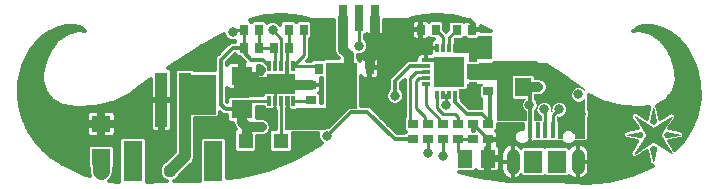
<source format=gbl>
G75*
G70*
%OFA0B0*%
%FSLAX24Y24*%
%IPPOS*%
%LPD*%
%AMOC8*
5,1,8,0,0,1.08239X$1,22.5*
%
%ADD10C,0.0010*%
%ADD11R,0.0118X0.0295*%
%ADD12R,0.0295X0.0118*%
%ADD13R,0.0984X0.0984*%
%ADD14R,0.0117X0.0335*%
%ADD15R,0.0945X0.0650*%
%ADD16R,0.0276X0.0110*%
%ADD17R,0.0512X0.0512*%
%ADD18R,0.0276X0.0354*%
%ADD19R,0.0354X0.0276*%
%ADD20R,0.0315X0.0472*%
%ADD21R,0.0394X0.1811*%
%ADD22R,0.0630X0.1339*%
%ADD23R,0.0630X0.0551*%
%ADD24R,0.0512X0.0591*%
%ADD25R,0.0551X0.0630*%
%ADD26R,0.0315X0.0866*%
%ADD27R,0.0709X0.0630*%
%ADD28R,0.0157X0.0531*%
%ADD29R,0.0591X0.0748*%
%ADD30C,0.0437*%
%ADD31C,0.0100*%
%ADD32C,0.0320*%
%ADD33C,0.0120*%
%ADD34C,0.0320*%
%ADD35C,0.0160*%
%ADD36C,0.0560*%
%ADD37C,0.0436*%
%ADD38C,0.0400*%
D10*
X007250Y003600D02*
X007250Y004900D01*
X008400Y004900D01*
X008400Y003600D01*
X007250Y003600D01*
X007250Y003608D02*
X008400Y003608D01*
X008400Y003616D02*
X007250Y003616D01*
X007250Y003625D02*
X008400Y003625D01*
X008400Y003633D02*
X007250Y003633D01*
X007250Y003642D02*
X008400Y003642D01*
X008400Y003650D02*
X007250Y003650D01*
X007250Y003659D02*
X008400Y003659D01*
X008400Y003667D02*
X007250Y003667D01*
X007250Y003676D02*
X008400Y003676D01*
X008400Y003684D02*
X007250Y003684D01*
X007250Y003693D02*
X008400Y003693D01*
X008400Y003701D02*
X007250Y003701D01*
X007250Y003710D02*
X008400Y003710D01*
X008400Y003718D02*
X007250Y003718D01*
X007250Y003727D02*
X008400Y003727D01*
X008400Y003735D02*
X007250Y003735D01*
X007250Y003744D02*
X008400Y003744D01*
X008400Y003752D02*
X007250Y003752D01*
X007250Y003761D02*
X008400Y003761D01*
X008400Y003769D02*
X007250Y003769D01*
X007250Y003778D02*
X008400Y003778D01*
X008400Y003786D02*
X007250Y003786D01*
X007250Y003795D02*
X008400Y003795D01*
X008400Y003803D02*
X007250Y003803D01*
X007250Y003812D02*
X008400Y003812D01*
X008400Y003820D02*
X007250Y003820D01*
X007250Y003829D02*
X008400Y003829D01*
X008400Y003837D02*
X007250Y003837D01*
X007250Y003846D02*
X008400Y003846D01*
X008400Y003854D02*
X007250Y003854D01*
X007250Y003863D02*
X008400Y003863D01*
X008400Y003871D02*
X007250Y003871D01*
X007250Y003880D02*
X008400Y003880D01*
X008400Y003888D02*
X007250Y003888D01*
X007250Y003897D02*
X008400Y003897D01*
X008400Y003905D02*
X007250Y003905D01*
X007250Y003914D02*
X008400Y003914D01*
X008400Y003922D02*
X007250Y003922D01*
X007250Y003931D02*
X008400Y003931D01*
X008400Y003939D02*
X007250Y003939D01*
X007250Y003948D02*
X008400Y003948D01*
X008400Y003956D02*
X007250Y003956D01*
X007250Y003965D02*
X008400Y003965D01*
X008400Y003973D02*
X007250Y003973D01*
X007250Y003982D02*
X008400Y003982D01*
X008400Y003990D02*
X007250Y003990D01*
X007250Y003999D02*
X008400Y003999D01*
X008400Y004007D02*
X007250Y004007D01*
X007250Y004016D02*
X008400Y004016D01*
X008400Y004024D02*
X007250Y004024D01*
X007250Y004033D02*
X008400Y004033D01*
X008400Y004041D02*
X007250Y004041D01*
X007250Y004050D02*
X008400Y004050D01*
X008400Y004058D02*
X007250Y004058D01*
X007250Y004067D02*
X008400Y004067D01*
X008400Y004075D02*
X007250Y004075D01*
X007250Y004084D02*
X008400Y004084D01*
X008400Y004092D02*
X007250Y004092D01*
X007250Y004101D02*
X008400Y004101D01*
X008400Y004109D02*
X007250Y004109D01*
X007250Y004118D02*
X008400Y004118D01*
X008400Y004126D02*
X007250Y004126D01*
X007250Y004135D02*
X008400Y004135D01*
X008400Y004143D02*
X007250Y004143D01*
X007250Y004152D02*
X008400Y004152D01*
X008400Y004160D02*
X007250Y004160D01*
X007250Y004169D02*
X008400Y004169D01*
X008400Y004177D02*
X007250Y004177D01*
X007250Y004186D02*
X008400Y004186D01*
X008400Y004194D02*
X007250Y004194D01*
X007250Y004203D02*
X008400Y004203D01*
X008400Y004211D02*
X007250Y004211D01*
X007250Y004220D02*
X008400Y004220D01*
X008400Y004228D02*
X007250Y004228D01*
X007250Y004237D02*
X008400Y004237D01*
X008400Y004245D02*
X007250Y004245D01*
X007250Y004254D02*
X008400Y004254D01*
X008400Y004262D02*
X007250Y004262D01*
X007250Y004271D02*
X008400Y004271D01*
X008400Y004279D02*
X007250Y004279D01*
X007250Y004288D02*
X008400Y004288D01*
X008400Y004296D02*
X007250Y004296D01*
X007250Y004305D02*
X008400Y004305D01*
X008400Y004313D02*
X007250Y004313D01*
X007250Y004322D02*
X008400Y004322D01*
X008400Y004330D02*
X007250Y004330D01*
X007250Y004339D02*
X008400Y004339D01*
X008400Y004347D02*
X007250Y004347D01*
X007250Y004356D02*
X008400Y004356D01*
X008400Y004364D02*
X007250Y004364D01*
X007250Y004373D02*
X008400Y004373D01*
X008400Y004381D02*
X007250Y004381D01*
X007250Y004390D02*
X008400Y004390D01*
X008400Y004398D02*
X007250Y004398D01*
X007250Y004407D02*
X008400Y004407D01*
X008400Y004415D02*
X007250Y004415D01*
X007250Y004424D02*
X008400Y004424D01*
X008400Y004432D02*
X007250Y004432D01*
X007250Y004441D02*
X008400Y004441D01*
X008400Y004449D02*
X007250Y004449D01*
X007250Y004458D02*
X008400Y004458D01*
X008400Y004466D02*
X007250Y004466D01*
X007250Y004475D02*
X008400Y004475D01*
X008400Y004483D02*
X007250Y004483D01*
X007250Y004492D02*
X008400Y004492D01*
X008400Y004500D02*
X007250Y004500D01*
X007250Y004509D02*
X008400Y004509D01*
X008400Y004517D02*
X007250Y004517D01*
X007250Y004526D02*
X008400Y004526D01*
X008400Y004534D02*
X007250Y004534D01*
X007250Y004543D02*
X008400Y004543D01*
X008400Y004551D02*
X007250Y004551D01*
X007250Y004560D02*
X008400Y004560D01*
X008400Y004568D02*
X007250Y004568D01*
X007250Y004577D02*
X008400Y004577D01*
X008400Y004585D02*
X007250Y004585D01*
X007250Y004594D02*
X008400Y004594D01*
X008400Y004602D02*
X007250Y004602D01*
X007250Y004611D02*
X008400Y004611D01*
X008400Y004619D02*
X007250Y004619D01*
X007250Y004628D02*
X008400Y004628D01*
X008400Y004636D02*
X007250Y004636D01*
X007250Y004645D02*
X008400Y004645D01*
X008400Y004653D02*
X007250Y004653D01*
X007250Y004662D02*
X008400Y004662D01*
X008400Y004670D02*
X007250Y004670D01*
X007250Y004679D02*
X008400Y004679D01*
X008400Y004687D02*
X007250Y004687D01*
X007250Y004696D02*
X008400Y004696D01*
X008400Y004704D02*
X007250Y004704D01*
X007250Y004713D02*
X008400Y004713D01*
X008400Y004721D02*
X007250Y004721D01*
X007250Y004730D02*
X008400Y004730D01*
X008400Y004738D02*
X007250Y004738D01*
X007250Y004747D02*
X008400Y004747D01*
X008400Y004755D02*
X007250Y004755D01*
X007250Y004764D02*
X008400Y004764D01*
X008400Y004772D02*
X007250Y004772D01*
X007250Y004781D02*
X008400Y004781D01*
X008400Y004789D02*
X007250Y004789D01*
X007250Y004798D02*
X008400Y004798D01*
X008400Y004806D02*
X007250Y004806D01*
X007250Y004815D02*
X008400Y004815D01*
X008400Y004823D02*
X007250Y004823D01*
X007250Y004832D02*
X008400Y004832D01*
X008400Y004840D02*
X007250Y004840D01*
X007250Y004849D02*
X008400Y004849D01*
X008400Y004857D02*
X007250Y004857D01*
X007250Y004866D02*
X008400Y004866D01*
X008400Y004874D02*
X007250Y004874D01*
X007250Y004883D02*
X008400Y004883D01*
X008400Y004891D02*
X007250Y004891D01*
X007250Y004900D02*
X008400Y004900D01*
X010735Y003808D02*
X010735Y003100D01*
X012045Y003100D01*
X012081Y003115D01*
X012170Y003115D01*
X012765Y003710D01*
X012850Y003795D01*
X013100Y003795D01*
X013100Y005300D01*
X012100Y005300D01*
X012100Y003800D01*
X011120Y003800D01*
X011087Y003767D01*
X010900Y003767D01*
X010850Y003817D01*
X010850Y004190D01*
X010743Y004190D01*
X010743Y003817D01*
X010735Y003808D01*
X010738Y003812D02*
X010855Y003812D01*
X010850Y003820D02*
X010743Y003820D01*
X010743Y003829D02*
X010850Y003829D01*
X010850Y003837D02*
X010743Y003837D01*
X010743Y003846D02*
X010850Y003846D01*
X010850Y003854D02*
X010743Y003854D01*
X010743Y003863D02*
X010850Y003863D01*
X010850Y003871D02*
X010743Y003871D01*
X010743Y003880D02*
X010850Y003880D01*
X010850Y003888D02*
X010743Y003888D01*
X010743Y003897D02*
X010850Y003897D01*
X010850Y003905D02*
X010743Y003905D01*
X010743Y003914D02*
X010850Y003914D01*
X010850Y003922D02*
X010743Y003922D01*
X010743Y003931D02*
X010850Y003931D01*
X010850Y003939D02*
X010743Y003939D01*
X010743Y003948D02*
X010850Y003948D01*
X010850Y003956D02*
X010743Y003956D01*
X010743Y003965D02*
X010850Y003965D01*
X010850Y003973D02*
X010743Y003973D01*
X010743Y003982D02*
X010850Y003982D01*
X010850Y003990D02*
X010743Y003990D01*
X010743Y003999D02*
X010850Y003999D01*
X010850Y004007D02*
X010743Y004007D01*
X010743Y004016D02*
X010850Y004016D01*
X010850Y004024D02*
X010743Y004024D01*
X010743Y004033D02*
X010850Y004033D01*
X010850Y004041D02*
X010743Y004041D01*
X010743Y004050D02*
X010850Y004050D01*
X010850Y004058D02*
X010743Y004058D01*
X010743Y004067D02*
X010850Y004067D01*
X010850Y004075D02*
X010743Y004075D01*
X010743Y004084D02*
X010850Y004084D01*
X010850Y004092D02*
X010743Y004092D01*
X010743Y004101D02*
X010850Y004101D01*
X010850Y004109D02*
X010743Y004109D01*
X010743Y004118D02*
X010850Y004118D01*
X010850Y004126D02*
X010743Y004126D01*
X010743Y004135D02*
X010850Y004135D01*
X010850Y004143D02*
X010743Y004143D01*
X010743Y004152D02*
X010850Y004152D01*
X010850Y004160D02*
X010743Y004160D01*
X010743Y004169D02*
X010850Y004169D01*
X010850Y004177D02*
X010743Y004177D01*
X010743Y004186D02*
X010850Y004186D01*
X010864Y003803D02*
X010735Y003803D01*
X010735Y003795D02*
X010872Y003795D01*
X010881Y003786D02*
X010735Y003786D01*
X010735Y003778D02*
X010889Y003778D01*
X010898Y003769D02*
X010735Y003769D01*
X010735Y003761D02*
X012816Y003761D01*
X012824Y003769D02*
X011089Y003769D01*
X011098Y003778D02*
X012833Y003778D01*
X012841Y003786D02*
X011106Y003786D01*
X011115Y003795D02*
X012850Y003795D01*
X012807Y003752D02*
X010735Y003752D01*
X010735Y003744D02*
X012799Y003744D01*
X012790Y003735D02*
X010735Y003735D01*
X010735Y003727D02*
X012782Y003727D01*
X012773Y003718D02*
X010735Y003718D01*
X010735Y003710D02*
X012765Y003710D01*
X012756Y003701D02*
X010735Y003701D01*
X010735Y003693D02*
X012748Y003693D01*
X012739Y003684D02*
X010735Y003684D01*
X010735Y003676D02*
X012731Y003676D01*
X012722Y003667D02*
X010735Y003667D01*
X010735Y003659D02*
X012714Y003659D01*
X012705Y003650D02*
X010735Y003650D01*
X010735Y003642D02*
X012697Y003642D01*
X012688Y003633D02*
X010735Y003633D01*
X010735Y003625D02*
X012680Y003625D01*
X012671Y003616D02*
X010735Y003616D01*
X010735Y003608D02*
X012663Y003608D01*
X012654Y003599D02*
X010735Y003599D01*
X010735Y003591D02*
X012646Y003591D01*
X012637Y003582D02*
X010735Y003582D01*
X010735Y003574D02*
X012629Y003574D01*
X012620Y003565D02*
X010735Y003565D01*
X010735Y003557D02*
X012612Y003557D01*
X012603Y003548D02*
X010735Y003548D01*
X010735Y003540D02*
X012595Y003540D01*
X012586Y003531D02*
X010735Y003531D01*
X010735Y003523D02*
X012578Y003523D01*
X012569Y003514D02*
X010735Y003514D01*
X010735Y003506D02*
X012561Y003506D01*
X012552Y003497D02*
X010735Y003497D01*
X010735Y003489D02*
X012544Y003489D01*
X012535Y003480D02*
X010735Y003480D01*
X010735Y003472D02*
X012527Y003472D01*
X012518Y003463D02*
X010735Y003463D01*
X010735Y003455D02*
X012510Y003455D01*
X012501Y003446D02*
X010735Y003446D01*
X010735Y003438D02*
X012493Y003438D01*
X012484Y003429D02*
X010735Y003429D01*
X010735Y003421D02*
X012476Y003421D01*
X012467Y003412D02*
X010735Y003412D01*
X010735Y003404D02*
X012459Y003404D01*
X012450Y003395D02*
X010735Y003395D01*
X010735Y003387D02*
X012442Y003387D01*
X012433Y003378D02*
X010735Y003378D01*
X010735Y003370D02*
X012425Y003370D01*
X012416Y003361D02*
X010735Y003361D01*
X010735Y003353D02*
X012408Y003353D01*
X012399Y003344D02*
X010735Y003344D01*
X010735Y003336D02*
X012391Y003336D01*
X012382Y003327D02*
X010735Y003327D01*
X010735Y003319D02*
X012374Y003319D01*
X012365Y003310D02*
X010735Y003310D01*
X010735Y003302D02*
X012357Y003302D01*
X012348Y003293D02*
X010735Y003293D01*
X010735Y003285D02*
X012340Y003285D01*
X012331Y003276D02*
X010735Y003276D01*
X010735Y003268D02*
X012323Y003268D01*
X012314Y003259D02*
X010735Y003259D01*
X010735Y003251D02*
X012306Y003251D01*
X012297Y003242D02*
X010735Y003242D01*
X010735Y003234D02*
X012289Y003234D01*
X012280Y003225D02*
X010735Y003225D01*
X010735Y003217D02*
X012272Y003217D01*
X012263Y003208D02*
X010735Y003208D01*
X010735Y003200D02*
X012255Y003200D01*
X012246Y003191D02*
X010735Y003191D01*
X010735Y003183D02*
X012238Y003183D01*
X012229Y003174D02*
X010735Y003174D01*
X010735Y003166D02*
X012220Y003166D01*
X012212Y003157D02*
X010735Y003157D01*
X010735Y003149D02*
X012203Y003149D01*
X012195Y003140D02*
X010735Y003140D01*
X010735Y003132D02*
X012186Y003132D01*
X012178Y003123D02*
X010735Y003123D01*
X010735Y003115D02*
X012080Y003115D01*
X012060Y003106D02*
X010735Y003106D01*
X012100Y003803D02*
X013100Y003803D01*
X013100Y003812D02*
X012100Y003812D01*
X012100Y003820D02*
X013100Y003820D01*
X013100Y003829D02*
X012100Y003829D01*
X012100Y003837D02*
X013100Y003837D01*
X013100Y003846D02*
X012100Y003846D01*
X012100Y003854D02*
X013100Y003854D01*
X013100Y003863D02*
X012100Y003863D01*
X012100Y003871D02*
X013100Y003871D01*
X013100Y003880D02*
X012100Y003880D01*
X012100Y003888D02*
X013100Y003888D01*
X013100Y003897D02*
X012100Y003897D01*
X012100Y003905D02*
X013100Y003905D01*
X013100Y003914D02*
X012100Y003914D01*
X012100Y003922D02*
X013100Y003922D01*
X013100Y003931D02*
X012100Y003931D01*
X012100Y003939D02*
X013100Y003939D01*
X013100Y003948D02*
X012100Y003948D01*
X012100Y003956D02*
X013100Y003956D01*
X013100Y003965D02*
X012100Y003965D01*
X012100Y003973D02*
X013100Y003973D01*
X013100Y003982D02*
X012100Y003982D01*
X012100Y003990D02*
X013100Y003990D01*
X013100Y003999D02*
X012100Y003999D01*
X012100Y004007D02*
X013100Y004007D01*
X013100Y004016D02*
X012100Y004016D01*
X012100Y004024D02*
X013100Y004024D01*
X013100Y004033D02*
X012100Y004033D01*
X012100Y004041D02*
X013100Y004041D01*
X013100Y004050D02*
X012100Y004050D01*
X012100Y004058D02*
X013100Y004058D01*
X013100Y004067D02*
X012100Y004067D01*
X012100Y004075D02*
X013100Y004075D01*
X013100Y004084D02*
X012100Y004084D01*
X012100Y004092D02*
X013100Y004092D01*
X013100Y004101D02*
X012100Y004101D01*
X012100Y004109D02*
X013100Y004109D01*
X013100Y004118D02*
X012100Y004118D01*
X012100Y004126D02*
X013100Y004126D01*
X013100Y004135D02*
X012100Y004135D01*
X012100Y004143D02*
X013100Y004143D01*
X013100Y004152D02*
X012100Y004152D01*
X012100Y004160D02*
X013100Y004160D01*
X013100Y004169D02*
X012100Y004169D01*
X012100Y004177D02*
X013100Y004177D01*
X013100Y004186D02*
X012100Y004186D01*
X012100Y004194D02*
X013100Y004194D01*
X013100Y004203D02*
X012100Y004203D01*
X012100Y004211D02*
X013100Y004211D01*
X013100Y004220D02*
X012100Y004220D01*
X012100Y004228D02*
X013100Y004228D01*
X013100Y004237D02*
X012100Y004237D01*
X012100Y004245D02*
X013100Y004245D01*
X013100Y004254D02*
X012100Y004254D01*
X012100Y004262D02*
X013100Y004262D01*
X013100Y004271D02*
X012100Y004271D01*
X012100Y004279D02*
X013100Y004279D01*
X013100Y004288D02*
X012100Y004288D01*
X012100Y004296D02*
X013100Y004296D01*
X013100Y004305D02*
X012100Y004305D01*
X012100Y004313D02*
X013100Y004313D01*
X013100Y004322D02*
X012100Y004322D01*
X012100Y004330D02*
X013100Y004330D01*
X013100Y004339D02*
X012100Y004339D01*
X012100Y004347D02*
X013100Y004347D01*
X013100Y004356D02*
X012100Y004356D01*
X012100Y004364D02*
X013100Y004364D01*
X013100Y004373D02*
X012100Y004373D01*
X012100Y004381D02*
X013100Y004381D01*
X013100Y004390D02*
X012100Y004390D01*
X012100Y004398D02*
X013100Y004398D01*
X013100Y004407D02*
X012100Y004407D01*
X012100Y004415D02*
X013100Y004415D01*
X013100Y004424D02*
X012100Y004424D01*
X012100Y004432D02*
X013100Y004432D01*
X013100Y004441D02*
X012100Y004441D01*
X012100Y004449D02*
X013100Y004449D01*
X013100Y004458D02*
X012100Y004458D01*
X012100Y004466D02*
X013100Y004466D01*
X013100Y004475D02*
X012100Y004475D01*
X012100Y004483D02*
X013100Y004483D01*
X013100Y004492D02*
X012100Y004492D01*
X012100Y004500D02*
X013100Y004500D01*
X013100Y004509D02*
X012100Y004509D01*
X012100Y004517D02*
X013100Y004517D01*
X013100Y004526D02*
X012100Y004526D01*
X012100Y004534D02*
X013100Y004534D01*
X013100Y004543D02*
X012100Y004543D01*
X012100Y004551D02*
X013100Y004551D01*
X013100Y004560D02*
X012100Y004560D01*
X012100Y004568D02*
X013100Y004568D01*
X013100Y004577D02*
X012100Y004577D01*
X012100Y004585D02*
X013100Y004585D01*
X013100Y004594D02*
X012100Y004594D01*
X012100Y004602D02*
X013100Y004602D01*
X013100Y004611D02*
X012100Y004611D01*
X012100Y004619D02*
X013100Y004619D01*
X013100Y004628D02*
X012100Y004628D01*
X012100Y004636D02*
X013100Y004636D01*
X013100Y004645D02*
X012100Y004645D01*
X012100Y004653D02*
X013100Y004653D01*
X013100Y004662D02*
X012100Y004662D01*
X012100Y004670D02*
X013100Y004670D01*
X013100Y004679D02*
X012100Y004679D01*
X012100Y004687D02*
X013100Y004687D01*
X013100Y004696D02*
X012100Y004696D01*
X012100Y004704D02*
X013100Y004704D01*
X013100Y004713D02*
X012100Y004713D01*
X012100Y004721D02*
X013100Y004721D01*
X013100Y004730D02*
X012100Y004730D01*
X012100Y004738D02*
X013100Y004738D01*
X013100Y004747D02*
X012100Y004747D01*
X012100Y004755D02*
X013100Y004755D01*
X013100Y004764D02*
X012100Y004764D01*
X012100Y004772D02*
X013100Y004772D01*
X013100Y004781D02*
X012100Y004781D01*
X012100Y004789D02*
X013100Y004789D01*
X013100Y004798D02*
X012100Y004798D01*
X012100Y004806D02*
X013100Y004806D01*
X013100Y004815D02*
X012100Y004815D01*
X012100Y004823D02*
X013100Y004823D01*
X013100Y004832D02*
X012100Y004832D01*
X012100Y004840D02*
X013100Y004840D01*
X013100Y004849D02*
X012100Y004849D01*
X012100Y004857D02*
X013100Y004857D01*
X013100Y004866D02*
X012100Y004866D01*
X012100Y004874D02*
X013100Y004874D01*
X013100Y004883D02*
X012100Y004883D01*
X012100Y004891D02*
X013100Y004891D01*
X013100Y004900D02*
X012100Y004900D01*
X012100Y004908D02*
X013100Y004908D01*
X013100Y004917D02*
X012100Y004917D01*
X012100Y004925D02*
X013100Y004925D01*
X013100Y004934D02*
X012100Y004934D01*
X012100Y004942D02*
X013100Y004942D01*
X013100Y004951D02*
X012100Y004951D01*
X012100Y004959D02*
X013100Y004959D01*
X013100Y004968D02*
X012100Y004968D01*
X012100Y004976D02*
X013100Y004976D01*
X013100Y004985D02*
X012100Y004985D01*
X012100Y004993D02*
X013100Y004993D01*
X013100Y005002D02*
X012100Y005002D01*
X012100Y005010D02*
X013100Y005010D01*
X013100Y005019D02*
X012100Y005019D01*
X012100Y005027D02*
X013100Y005027D01*
X013100Y005036D02*
X012100Y005036D01*
X012100Y005044D02*
X013100Y005044D01*
X013100Y005053D02*
X012100Y005053D01*
X012100Y005061D02*
X013100Y005061D01*
X013100Y005070D02*
X012100Y005070D01*
X012100Y005078D02*
X013100Y005078D01*
X013100Y005087D02*
X012100Y005087D01*
X012100Y005095D02*
X013100Y005095D01*
X013100Y005104D02*
X012100Y005104D01*
X012100Y005112D02*
X013100Y005112D01*
X013100Y005121D02*
X012100Y005121D01*
X012100Y005129D02*
X013100Y005129D01*
X013100Y005138D02*
X012100Y005138D01*
X012100Y005146D02*
X013100Y005146D01*
X013100Y005155D02*
X012100Y005155D01*
X012100Y005163D02*
X013100Y005163D01*
X013100Y005172D02*
X012100Y005172D01*
X012100Y005180D02*
X013100Y005180D01*
X013100Y005189D02*
X012100Y005189D01*
X012100Y005197D02*
X013100Y005197D01*
X013100Y005206D02*
X012100Y005206D01*
X012100Y005214D02*
X013100Y005214D01*
X013100Y005223D02*
X012100Y005223D01*
X012100Y005231D02*
X013100Y005231D01*
X013100Y005240D02*
X012100Y005240D01*
X012100Y005248D02*
X013100Y005248D01*
X013100Y005257D02*
X012100Y005257D01*
X012100Y005265D02*
X013100Y005265D01*
X013100Y005274D02*
X012100Y005274D01*
X012100Y005282D02*
X013100Y005282D01*
X013100Y005291D02*
X012100Y005291D01*
X012100Y005299D02*
X013100Y005299D01*
X016350Y005650D02*
X016350Y006115D01*
X016373Y006138D01*
X016617Y006138D01*
X016667Y006188D01*
X016667Y006200D01*
X016733Y006200D01*
X016733Y006188D01*
X016783Y006138D01*
X017129Y006138D01*
X017179Y006188D01*
X017179Y006200D01*
X017600Y006200D01*
X017600Y005450D01*
X016850Y005450D01*
X016850Y005650D01*
X016350Y005650D01*
X016350Y005656D02*
X017600Y005656D01*
X017600Y005648D02*
X016850Y005648D01*
X016850Y005639D02*
X017600Y005639D01*
X017600Y005631D02*
X016850Y005631D01*
X016850Y005622D02*
X017600Y005622D01*
X017600Y005614D02*
X016850Y005614D01*
X016850Y005605D02*
X017600Y005605D01*
X017600Y005597D02*
X016850Y005597D01*
X016850Y005588D02*
X017600Y005588D01*
X017600Y005580D02*
X016850Y005580D01*
X016850Y005571D02*
X017600Y005571D01*
X017600Y005563D02*
X016850Y005563D01*
X016850Y005554D02*
X017600Y005554D01*
X017600Y005546D02*
X016850Y005546D01*
X016850Y005537D02*
X017600Y005537D01*
X017600Y005529D02*
X016850Y005529D01*
X016850Y005520D02*
X017600Y005520D01*
X017600Y005512D02*
X016850Y005512D01*
X016850Y005503D02*
X017600Y005503D01*
X017600Y005495D02*
X016850Y005495D01*
X016850Y005486D02*
X017600Y005486D01*
X017600Y005478D02*
X016850Y005478D01*
X016850Y005469D02*
X017600Y005469D01*
X017600Y005461D02*
X016850Y005461D01*
X016850Y005452D02*
X017600Y005452D01*
X017600Y005665D02*
X016350Y005665D01*
X016350Y005673D02*
X017600Y005673D01*
X017600Y005682D02*
X016350Y005682D01*
X016350Y005690D02*
X017600Y005690D01*
X017600Y005699D02*
X016350Y005699D01*
X016350Y005707D02*
X017600Y005707D01*
X017600Y005716D02*
X016350Y005716D01*
X016350Y005724D02*
X017600Y005724D01*
X017600Y005733D02*
X016350Y005733D01*
X016350Y005741D02*
X017600Y005741D01*
X017600Y005750D02*
X016350Y005750D01*
X016350Y005758D02*
X017600Y005758D01*
X017600Y005767D02*
X016350Y005767D01*
X016350Y005775D02*
X017600Y005775D01*
X017600Y005784D02*
X016350Y005784D01*
X016350Y005792D02*
X017600Y005792D01*
X017600Y005801D02*
X016350Y005801D01*
X016350Y005809D02*
X017600Y005809D01*
X017600Y005818D02*
X016350Y005818D01*
X016350Y005826D02*
X017600Y005826D01*
X017600Y005835D02*
X016350Y005835D01*
X016350Y005843D02*
X017600Y005843D01*
X017600Y005852D02*
X016350Y005852D01*
X016350Y005860D02*
X017600Y005860D01*
X017600Y005869D02*
X016350Y005869D01*
X016350Y005877D02*
X017600Y005877D01*
X017600Y005886D02*
X016350Y005886D01*
X016350Y005894D02*
X017600Y005894D01*
X017600Y005903D02*
X016350Y005903D01*
X016350Y005911D02*
X017600Y005911D01*
X017600Y005920D02*
X016350Y005920D01*
X016350Y005928D02*
X017600Y005928D01*
X017600Y005937D02*
X016350Y005937D01*
X016350Y005945D02*
X017600Y005945D01*
X017600Y005954D02*
X016350Y005954D01*
X016350Y005962D02*
X017600Y005962D01*
X017600Y005971D02*
X016350Y005971D01*
X016350Y005979D02*
X017600Y005979D01*
X017600Y005988D02*
X016350Y005988D01*
X016350Y005996D02*
X017600Y005996D01*
X017600Y006005D02*
X016350Y006005D01*
X016350Y006013D02*
X017600Y006013D01*
X017600Y006022D02*
X016350Y006022D01*
X016350Y006030D02*
X017600Y006030D01*
X017600Y006039D02*
X016350Y006039D01*
X016350Y006047D02*
X017600Y006047D01*
X017600Y006056D02*
X016350Y006056D01*
X016350Y006064D02*
X017600Y006064D01*
X017600Y006073D02*
X016350Y006073D01*
X016350Y006081D02*
X017600Y006081D01*
X017600Y006090D02*
X016350Y006090D01*
X016350Y006098D02*
X017600Y006098D01*
X017600Y006107D02*
X016350Y006107D01*
X016350Y006115D02*
X017600Y006115D01*
X017600Y006124D02*
X016359Y006124D01*
X016367Y006132D02*
X017600Y006132D01*
X017600Y006141D02*
X017132Y006141D01*
X017140Y006149D02*
X017600Y006149D01*
X017600Y006158D02*
X017149Y006158D01*
X017157Y006166D02*
X017600Y006166D01*
X017600Y006175D02*
X017166Y006175D01*
X017174Y006183D02*
X017600Y006183D01*
X017600Y006192D02*
X017179Y006192D01*
X016780Y006141D02*
X016620Y006141D01*
X016628Y006149D02*
X016772Y006149D01*
X016763Y006158D02*
X016637Y006158D01*
X016645Y006166D02*
X016755Y006166D01*
X016746Y006175D02*
X016654Y006175D01*
X016662Y006183D02*
X016738Y006183D01*
X016733Y006192D02*
X016667Y006192D01*
X016800Y005254D02*
X016805Y005250D01*
X016926Y005250D01*
X016927Y005249D01*
X017047Y005249D01*
X017048Y005250D01*
X017170Y005250D01*
X017220Y005299D01*
X019413Y005299D01*
X019412Y005300D02*
X019939Y004963D01*
X020634Y004462D01*
X020700Y004412D01*
X020700Y004386D01*
X020639Y004448D01*
X020549Y004485D01*
X020451Y004485D01*
X020361Y004448D01*
X020292Y004379D01*
X020255Y004289D01*
X020255Y004191D01*
X020292Y004101D01*
X020361Y004032D01*
X020451Y003995D01*
X020549Y003995D01*
X020639Y004032D01*
X020700Y004094D01*
X020700Y002800D01*
X020391Y002800D01*
X020391Y002919D01*
X020700Y002919D01*
X020700Y002911D02*
X020391Y002911D01*
X020391Y002919D02*
X020260Y003050D01*
X020075Y003050D01*
X019945Y002919D01*
X019820Y002919D01*
X019820Y002911D02*
X019945Y002911D01*
X019945Y002919D02*
X019945Y002800D01*
X019820Y002800D01*
X019820Y003354D01*
X019800Y003374D01*
X019800Y003400D01*
X019791Y003400D01*
X019791Y003500D01*
X019797Y003507D01*
X019801Y003505D01*
X019899Y003505D01*
X019989Y003542D01*
X020058Y003611D01*
X020095Y003701D01*
X020700Y003701D01*
X020700Y003693D02*
X020091Y003693D01*
X020095Y003701D02*
X020095Y003799D01*
X020058Y003889D01*
X019989Y003958D01*
X019899Y003995D01*
X019801Y003995D01*
X019711Y003958D01*
X019642Y003889D01*
X019605Y003799D01*
X019605Y003701D01*
X019595Y003701D01*
X019595Y003799D01*
X019558Y003889D01*
X019489Y003958D01*
X019399Y003995D01*
X019301Y003995D01*
X019211Y003958D01*
X019142Y003889D01*
X019105Y003799D01*
X019105Y003701D01*
X019033Y003701D01*
X019033Y003693D02*
X019109Y003693D01*
X019105Y003701D02*
X019142Y003611D01*
X019211Y003542D01*
X019265Y003520D01*
X019265Y003400D01*
X019262Y003400D01*
X019258Y003404D01*
X019033Y003404D01*
X019033Y003717D01*
X019078Y003761D01*
X019115Y003851D01*
X019115Y003949D01*
X019078Y004039D01*
X019033Y004083D01*
X019033Y004255D01*
X019219Y004255D01*
X019309Y004292D01*
X019378Y004361D01*
X019415Y004451D01*
X019415Y004549D01*
X019378Y004639D01*
X019309Y004708D01*
X019219Y004745D01*
X019009Y004745D01*
X019009Y004850D01*
X018960Y004900D01*
X018338Y004900D01*
X018288Y004850D01*
X018288Y004150D01*
X018338Y004100D01*
X018724Y004100D01*
X018662Y004039D01*
X018625Y003949D01*
X018625Y003851D01*
X018662Y003761D01*
X018731Y003692D01*
X018743Y003687D01*
X018743Y003400D01*
X017800Y003400D01*
X017800Y004800D01*
X016800Y004800D01*
X016800Y005254D01*
X016800Y005248D02*
X019493Y005248D01*
X019506Y005240D02*
X016800Y005240D01*
X016800Y005231D02*
X019520Y005231D01*
X019533Y005223D02*
X016800Y005223D01*
X016800Y005214D02*
X019546Y005214D01*
X019560Y005206D02*
X016800Y005206D01*
X016800Y005197D02*
X019573Y005197D01*
X019586Y005189D02*
X016800Y005189D01*
X016800Y005180D02*
X019600Y005180D01*
X019613Y005172D02*
X016800Y005172D01*
X016800Y005163D02*
X019626Y005163D01*
X019640Y005155D02*
X016800Y005155D01*
X016800Y005146D02*
X019653Y005146D01*
X019666Y005138D02*
X016800Y005138D01*
X016800Y005129D02*
X019679Y005129D01*
X019693Y005121D02*
X016800Y005121D01*
X016800Y005112D02*
X019706Y005112D01*
X019719Y005104D02*
X016800Y005104D01*
X016800Y005095D02*
X019733Y005095D01*
X019746Y005087D02*
X016800Y005087D01*
X016800Y005078D02*
X019759Y005078D01*
X019773Y005070D02*
X016800Y005070D01*
X016800Y005061D02*
X019786Y005061D01*
X019799Y005053D02*
X016800Y005053D01*
X016800Y005044D02*
X019813Y005044D01*
X019826Y005036D02*
X016800Y005036D01*
X016800Y005027D02*
X019839Y005027D01*
X019853Y005019D02*
X016800Y005019D01*
X016800Y005010D02*
X019866Y005010D01*
X019879Y005002D02*
X016800Y005002D01*
X016800Y004993D02*
X019893Y004993D01*
X019906Y004985D02*
X016800Y004985D01*
X016800Y004976D02*
X019919Y004976D01*
X019933Y004968D02*
X016800Y004968D01*
X016800Y004959D02*
X019945Y004959D01*
X019957Y004951D02*
X016800Y004951D01*
X016800Y004942D02*
X019969Y004942D01*
X019981Y004934D02*
X016800Y004934D01*
X016800Y004925D02*
X019992Y004925D01*
X020004Y004917D02*
X016800Y004917D01*
X016800Y004908D02*
X020016Y004908D01*
X020028Y004900D02*
X018960Y004900D01*
X018968Y004891D02*
X020039Y004891D01*
X020051Y004883D02*
X018977Y004883D01*
X018985Y004874D02*
X020063Y004874D01*
X020075Y004866D02*
X018994Y004866D01*
X019002Y004857D02*
X020087Y004857D01*
X020098Y004849D02*
X019009Y004849D01*
X019009Y004840D02*
X020110Y004840D01*
X020122Y004832D02*
X019009Y004832D01*
X019009Y004823D02*
X020134Y004823D01*
X020145Y004815D02*
X019009Y004815D01*
X019009Y004806D02*
X020157Y004806D01*
X020169Y004798D02*
X019009Y004798D01*
X019009Y004789D02*
X020181Y004789D01*
X020193Y004781D02*
X019009Y004781D01*
X019009Y004772D02*
X020204Y004772D01*
X020216Y004764D02*
X019009Y004764D01*
X019009Y004755D02*
X020228Y004755D01*
X020240Y004747D02*
X019009Y004747D01*
X019235Y004738D02*
X020251Y004738D01*
X020263Y004730D02*
X019256Y004730D01*
X019276Y004721D02*
X020275Y004721D01*
X020287Y004713D02*
X019297Y004713D01*
X019312Y004704D02*
X020299Y004704D01*
X020310Y004696D02*
X019321Y004696D01*
X019329Y004687D02*
X020322Y004687D01*
X020334Y004679D02*
X019338Y004679D01*
X019346Y004670D02*
X020346Y004670D01*
X020357Y004662D02*
X019355Y004662D01*
X019363Y004653D02*
X020369Y004653D01*
X020381Y004645D02*
X019372Y004645D01*
X019379Y004636D02*
X020393Y004636D01*
X020405Y004628D02*
X019382Y004628D01*
X019386Y004619D02*
X020416Y004619D01*
X020428Y004611D02*
X019389Y004611D01*
X019393Y004602D02*
X020440Y004602D01*
X020452Y004594D02*
X019396Y004594D01*
X019400Y004585D02*
X020463Y004585D01*
X020475Y004577D02*
X019403Y004577D01*
X019407Y004568D02*
X020487Y004568D01*
X020499Y004560D02*
X019410Y004560D01*
X019414Y004551D02*
X020511Y004551D01*
X020522Y004543D02*
X019415Y004543D01*
X019415Y004534D02*
X020534Y004534D01*
X020546Y004526D02*
X019415Y004526D01*
X019415Y004517D02*
X020558Y004517D01*
X020569Y004509D02*
X019415Y004509D01*
X019415Y004500D02*
X020581Y004500D01*
X020593Y004492D02*
X019415Y004492D01*
X019415Y004483D02*
X020447Y004483D01*
X020426Y004475D02*
X019415Y004475D01*
X019415Y004466D02*
X020406Y004466D01*
X020385Y004458D02*
X019415Y004458D01*
X019414Y004449D02*
X020365Y004449D01*
X020354Y004441D02*
X019411Y004441D01*
X019407Y004432D02*
X020346Y004432D01*
X020337Y004424D02*
X019404Y004424D01*
X019400Y004415D02*
X020329Y004415D01*
X020320Y004407D02*
X019396Y004407D01*
X019393Y004398D02*
X020312Y004398D01*
X020303Y004390D02*
X019389Y004390D01*
X019386Y004381D02*
X020295Y004381D01*
X020290Y004373D02*
X019382Y004373D01*
X019379Y004364D02*
X020286Y004364D01*
X020283Y004356D02*
X019372Y004356D01*
X019364Y004347D02*
X020279Y004347D01*
X020276Y004339D02*
X019355Y004339D01*
X019347Y004330D02*
X020272Y004330D01*
X020269Y004322D02*
X019338Y004322D01*
X019330Y004313D02*
X020265Y004313D01*
X020262Y004305D02*
X019321Y004305D01*
X019313Y004296D02*
X020258Y004296D01*
X020255Y004288D02*
X019297Y004288D01*
X019277Y004279D02*
X020255Y004279D01*
X020255Y004271D02*
X019256Y004271D01*
X019236Y004262D02*
X020255Y004262D01*
X020255Y004254D02*
X019033Y004254D01*
X019033Y004245D02*
X020255Y004245D01*
X020255Y004237D02*
X019033Y004237D01*
X019033Y004228D02*
X020255Y004228D01*
X020255Y004220D02*
X019033Y004220D01*
X019033Y004211D02*
X020255Y004211D01*
X020255Y004203D02*
X019033Y004203D01*
X019033Y004194D02*
X020255Y004194D01*
X020257Y004186D02*
X019033Y004186D01*
X019033Y004177D02*
X020261Y004177D01*
X020264Y004169D02*
X019033Y004169D01*
X019033Y004160D02*
X020268Y004160D01*
X020271Y004152D02*
X019033Y004152D01*
X019033Y004143D02*
X020275Y004143D01*
X020278Y004135D02*
X019033Y004135D01*
X019033Y004126D02*
X020282Y004126D01*
X020286Y004118D02*
X019033Y004118D01*
X019033Y004109D02*
X020289Y004109D01*
X020293Y004101D02*
X019033Y004101D01*
X019033Y004092D02*
X020301Y004092D01*
X020310Y004084D02*
X019033Y004084D01*
X019041Y004075D02*
X020318Y004075D01*
X020327Y004067D02*
X019050Y004067D01*
X019058Y004058D02*
X020335Y004058D01*
X020344Y004050D02*
X019067Y004050D01*
X019075Y004041D02*
X020352Y004041D01*
X020361Y004033D02*
X019080Y004033D01*
X019084Y004024D02*
X020381Y004024D01*
X020402Y004016D02*
X019087Y004016D01*
X019091Y004007D02*
X020422Y004007D01*
X020443Y003999D02*
X019094Y003999D01*
X019098Y003990D02*
X019289Y003990D01*
X019269Y003982D02*
X019101Y003982D01*
X019105Y003973D02*
X019248Y003973D01*
X019228Y003965D02*
X019108Y003965D01*
X019112Y003956D02*
X019210Y003956D01*
X019201Y003948D02*
X019115Y003948D01*
X019115Y003939D02*
X019193Y003939D01*
X019184Y003931D02*
X019115Y003931D01*
X019115Y003922D02*
X019176Y003922D01*
X019167Y003914D02*
X019115Y003914D01*
X019115Y003905D02*
X019159Y003905D01*
X019150Y003897D02*
X019115Y003897D01*
X019115Y003888D02*
X019142Y003888D01*
X019138Y003880D02*
X019115Y003880D01*
X019115Y003871D02*
X019135Y003871D01*
X019131Y003863D02*
X019115Y003863D01*
X019115Y003854D02*
X019128Y003854D01*
X019124Y003846D02*
X019113Y003846D01*
X019109Y003837D02*
X019121Y003837D01*
X019117Y003829D02*
X019106Y003829D01*
X019102Y003820D02*
X019114Y003820D01*
X019110Y003812D02*
X019099Y003812D01*
X019095Y003803D02*
X019107Y003803D01*
X019105Y003795D02*
X019092Y003795D01*
X019088Y003786D02*
X019105Y003786D01*
X019105Y003778D02*
X019084Y003778D01*
X019081Y003769D02*
X019105Y003769D01*
X019105Y003761D02*
X019077Y003761D01*
X019069Y003752D02*
X019105Y003752D01*
X019105Y003744D02*
X019060Y003744D01*
X019052Y003735D02*
X019105Y003735D01*
X019105Y003727D02*
X019043Y003727D01*
X019035Y003718D02*
X019105Y003718D01*
X019105Y003710D02*
X019033Y003710D01*
X019033Y003684D02*
X019112Y003684D01*
X019116Y003676D02*
X019033Y003676D01*
X019033Y003667D02*
X019119Y003667D01*
X019123Y003659D02*
X019033Y003659D01*
X019033Y003650D02*
X019126Y003650D01*
X019130Y003642D02*
X019033Y003642D01*
X019033Y003633D02*
X019133Y003633D01*
X019137Y003625D02*
X019033Y003625D01*
X019033Y003616D02*
X019140Y003616D01*
X019146Y003608D02*
X019033Y003608D01*
X019033Y003599D02*
X019154Y003599D01*
X019163Y003591D02*
X019033Y003591D01*
X019033Y003582D02*
X019171Y003582D01*
X019180Y003574D02*
X019033Y003574D01*
X019033Y003565D02*
X019188Y003565D01*
X019197Y003557D02*
X019033Y003557D01*
X019033Y003548D02*
X019205Y003548D01*
X019218Y003540D02*
X019033Y003540D01*
X019033Y003531D02*
X019238Y003531D01*
X019259Y003523D02*
X019033Y003523D01*
X019033Y003514D02*
X019265Y003514D01*
X019265Y003506D02*
X019033Y003506D01*
X019033Y003497D02*
X019265Y003497D01*
X019265Y003489D02*
X019033Y003489D01*
X019033Y003480D02*
X019265Y003480D01*
X019265Y003472D02*
X019033Y003472D01*
X019033Y003463D02*
X019265Y003463D01*
X019265Y003455D02*
X019033Y003455D01*
X019033Y003446D02*
X019265Y003446D01*
X019265Y003438D02*
X019033Y003438D01*
X019033Y003429D02*
X019265Y003429D01*
X019265Y003421D02*
X019033Y003421D01*
X019033Y003412D02*
X019265Y003412D01*
X019265Y003404D02*
X019258Y003404D01*
X019584Y003675D02*
X019595Y003701D01*
X019595Y003710D02*
X019605Y003710D01*
X019605Y003718D02*
X019595Y003718D01*
X019595Y003727D02*
X019605Y003727D01*
X019605Y003735D02*
X019595Y003735D01*
X019595Y003744D02*
X019605Y003744D01*
X019605Y003752D02*
X019595Y003752D01*
X019595Y003761D02*
X019605Y003761D01*
X019605Y003769D02*
X019595Y003769D01*
X019595Y003778D02*
X019605Y003778D01*
X019605Y003786D02*
X019595Y003786D01*
X019595Y003795D02*
X019605Y003795D01*
X019607Y003803D02*
X019593Y003803D01*
X019590Y003812D02*
X019610Y003812D01*
X019614Y003820D02*
X019586Y003820D01*
X019583Y003829D02*
X019617Y003829D01*
X019621Y003837D02*
X019579Y003837D01*
X019576Y003846D02*
X019624Y003846D01*
X019628Y003854D02*
X019572Y003854D01*
X019569Y003863D02*
X019631Y003863D01*
X019635Y003871D02*
X019565Y003871D01*
X019562Y003880D02*
X019638Y003880D01*
X019642Y003888D02*
X019558Y003888D01*
X019550Y003897D02*
X019650Y003897D01*
X019659Y003905D02*
X019541Y003905D01*
X019533Y003914D02*
X019667Y003914D01*
X019676Y003922D02*
X019524Y003922D01*
X019516Y003931D02*
X019684Y003931D01*
X019693Y003939D02*
X019507Y003939D01*
X019499Y003948D02*
X019701Y003948D01*
X019710Y003956D02*
X019490Y003956D01*
X019472Y003965D02*
X019728Y003965D01*
X019748Y003973D02*
X019452Y003973D01*
X019431Y003982D02*
X019769Y003982D01*
X019789Y003990D02*
X019411Y003990D01*
X019911Y003990D02*
X020700Y003990D01*
X020700Y003982D02*
X019931Y003982D01*
X019952Y003973D02*
X020700Y003973D01*
X020700Y003965D02*
X019972Y003965D01*
X019990Y003956D02*
X020700Y003956D01*
X020700Y003948D02*
X019999Y003948D01*
X020007Y003939D02*
X020700Y003939D01*
X020700Y003931D02*
X020016Y003931D01*
X020024Y003922D02*
X020700Y003922D01*
X020700Y003914D02*
X020033Y003914D01*
X020041Y003905D02*
X020700Y003905D01*
X020700Y003897D02*
X020050Y003897D01*
X020058Y003888D02*
X020700Y003888D01*
X020700Y003880D02*
X020062Y003880D01*
X020065Y003871D02*
X020700Y003871D01*
X020700Y003863D02*
X020069Y003863D01*
X020072Y003854D02*
X020700Y003854D01*
X020700Y003846D02*
X020076Y003846D01*
X020079Y003837D02*
X020700Y003837D01*
X020700Y003829D02*
X020083Y003829D01*
X020086Y003820D02*
X020700Y003820D01*
X020700Y003812D02*
X020090Y003812D01*
X020093Y003803D02*
X020700Y003803D01*
X020700Y003795D02*
X020095Y003795D01*
X020095Y003786D02*
X020700Y003786D01*
X020700Y003778D02*
X020095Y003778D01*
X020095Y003769D02*
X020700Y003769D01*
X020700Y003761D02*
X020095Y003761D01*
X020095Y003752D02*
X020700Y003752D01*
X020700Y003744D02*
X020095Y003744D01*
X020095Y003735D02*
X020700Y003735D01*
X020700Y003727D02*
X020095Y003727D01*
X020095Y003718D02*
X020700Y003718D01*
X020700Y003710D02*
X020095Y003710D01*
X020088Y003684D02*
X020700Y003684D01*
X020700Y003676D02*
X020084Y003676D01*
X020081Y003667D02*
X020700Y003667D01*
X020700Y003659D02*
X020077Y003659D01*
X020074Y003650D02*
X020700Y003650D01*
X020700Y003642D02*
X020070Y003642D01*
X020067Y003633D02*
X020700Y003633D01*
X020700Y003625D02*
X020063Y003625D01*
X020060Y003616D02*
X020700Y003616D01*
X020700Y003608D02*
X020054Y003608D01*
X020046Y003599D02*
X020700Y003599D01*
X020700Y003591D02*
X020037Y003591D01*
X020029Y003582D02*
X020700Y003582D01*
X020700Y003574D02*
X020020Y003574D01*
X020012Y003565D02*
X020700Y003565D01*
X020700Y003557D02*
X020003Y003557D01*
X019995Y003548D02*
X020700Y003548D01*
X020700Y003540D02*
X019982Y003540D01*
X019962Y003531D02*
X020700Y003531D01*
X020700Y003523D02*
X019941Y003523D01*
X019921Y003514D02*
X020700Y003514D01*
X020700Y003506D02*
X019900Y003506D01*
X019800Y003506D02*
X019796Y003506D01*
X019791Y003497D02*
X020700Y003497D01*
X020700Y003489D02*
X019791Y003489D01*
X019791Y003480D02*
X020700Y003480D01*
X020700Y003472D02*
X019791Y003472D01*
X019791Y003463D02*
X020700Y003463D01*
X020700Y003455D02*
X019791Y003455D01*
X019791Y003446D02*
X020700Y003446D01*
X020700Y003438D02*
X019791Y003438D01*
X019791Y003429D02*
X020700Y003429D01*
X020700Y003421D02*
X019791Y003421D01*
X019791Y003412D02*
X020700Y003412D01*
X020700Y003404D02*
X019791Y003404D01*
X019800Y003395D02*
X020700Y003395D01*
X020700Y003387D02*
X019800Y003387D01*
X019800Y003378D02*
X020700Y003378D01*
X020700Y003370D02*
X019804Y003370D01*
X019813Y003361D02*
X020700Y003361D01*
X020700Y003353D02*
X019820Y003353D01*
X019820Y003344D02*
X020700Y003344D01*
X020700Y003336D02*
X019820Y003336D01*
X019820Y003327D02*
X020700Y003327D01*
X020700Y003319D02*
X019820Y003319D01*
X019820Y003310D02*
X020700Y003310D01*
X020700Y003302D02*
X019820Y003302D01*
X019820Y003293D02*
X020700Y003293D01*
X020700Y003285D02*
X019820Y003285D01*
X019820Y003276D02*
X020700Y003276D01*
X020700Y003268D02*
X019820Y003268D01*
X019820Y003259D02*
X020700Y003259D01*
X020700Y003251D02*
X019820Y003251D01*
X019820Y003242D02*
X020700Y003242D01*
X020700Y003234D02*
X019820Y003234D01*
X019820Y003225D02*
X020700Y003225D01*
X020700Y003217D02*
X019820Y003217D01*
X019820Y003208D02*
X020700Y003208D01*
X020700Y003200D02*
X019820Y003200D01*
X019820Y003191D02*
X020700Y003191D01*
X020700Y003183D02*
X019820Y003183D01*
X019820Y003174D02*
X020700Y003174D01*
X020700Y003166D02*
X019820Y003166D01*
X019820Y003157D02*
X020700Y003157D01*
X020700Y003149D02*
X019820Y003149D01*
X019820Y003140D02*
X020700Y003140D01*
X020700Y003132D02*
X019820Y003132D01*
X019820Y003123D02*
X020700Y003123D01*
X020700Y003115D02*
X019820Y003115D01*
X019820Y003106D02*
X020700Y003106D01*
X020700Y003098D02*
X019820Y003098D01*
X019820Y003089D02*
X020700Y003089D01*
X020700Y003081D02*
X019820Y003081D01*
X019820Y003072D02*
X020700Y003072D01*
X020700Y003064D02*
X019820Y003064D01*
X019820Y003055D02*
X020700Y003055D01*
X020700Y003047D02*
X020263Y003047D01*
X020272Y003038D02*
X020700Y003038D01*
X020700Y003030D02*
X020280Y003030D01*
X020289Y003021D02*
X020700Y003021D01*
X020700Y003013D02*
X020297Y003013D01*
X020306Y003004D02*
X020700Y003004D01*
X020700Y002996D02*
X020314Y002996D01*
X020323Y002987D02*
X020700Y002987D01*
X020700Y002979D02*
X020331Y002979D01*
X020340Y002970D02*
X020700Y002970D01*
X020700Y002962D02*
X020348Y002962D01*
X020357Y002953D02*
X020700Y002953D01*
X020700Y002945D02*
X020365Y002945D01*
X020374Y002936D02*
X020700Y002936D01*
X020700Y002928D02*
X020382Y002928D01*
X020391Y002902D02*
X020700Y002902D01*
X020700Y002894D02*
X020391Y002894D01*
X020391Y002885D02*
X020700Y002885D01*
X020700Y002877D02*
X020391Y002877D01*
X020391Y002868D02*
X020700Y002868D01*
X020700Y002860D02*
X020391Y002860D01*
X020391Y002851D02*
X020700Y002851D01*
X020700Y002843D02*
X020391Y002843D01*
X020391Y002834D02*
X020700Y002834D01*
X020700Y002826D02*
X020391Y002826D01*
X020391Y002817D02*
X020700Y002817D01*
X020700Y002809D02*
X020391Y002809D01*
X020391Y002800D02*
X020700Y002800D01*
X020072Y003047D02*
X019820Y003047D01*
X019820Y003038D02*
X020063Y003038D01*
X020055Y003030D02*
X019820Y003030D01*
X019820Y003021D02*
X020046Y003021D01*
X020038Y003013D02*
X019820Y003013D01*
X019820Y003004D02*
X020029Y003004D01*
X020021Y002996D02*
X019820Y002996D01*
X019820Y002987D02*
X020012Y002987D01*
X020004Y002979D02*
X019820Y002979D01*
X019820Y002970D02*
X019995Y002970D01*
X019987Y002962D02*
X019820Y002962D01*
X019820Y002953D02*
X019978Y002953D01*
X019970Y002945D02*
X019820Y002945D01*
X019820Y002936D02*
X019961Y002936D01*
X019953Y002928D02*
X019820Y002928D01*
X019820Y002902D02*
X019945Y002902D01*
X019945Y002894D02*
X019820Y002894D01*
X019820Y002885D02*
X019945Y002885D01*
X019945Y002877D02*
X019820Y002877D01*
X019820Y002868D02*
X019945Y002868D01*
X019945Y002860D02*
X019820Y002860D01*
X019820Y002851D02*
X019945Y002851D01*
X019945Y002843D02*
X019820Y002843D01*
X019820Y002834D02*
X019945Y002834D01*
X019945Y002826D02*
X019820Y002826D01*
X019820Y002817D02*
X019945Y002817D01*
X019945Y002809D02*
X019820Y002809D01*
X019820Y002800D02*
X019945Y002800D01*
X019584Y003675D02*
X019607Y003697D01*
X019605Y003701D01*
X019602Y003693D02*
X019591Y003693D01*
X019588Y003684D02*
X019593Y003684D01*
X019585Y003676D02*
X019584Y003676D01*
X018743Y003676D02*
X017800Y003676D01*
X017800Y003684D02*
X018743Y003684D01*
X018731Y003693D02*
X017800Y003693D01*
X017800Y003701D02*
X018722Y003701D01*
X018714Y003710D02*
X017800Y003710D01*
X017800Y003718D02*
X018705Y003718D01*
X018697Y003727D02*
X017800Y003727D01*
X017800Y003735D02*
X018688Y003735D01*
X018680Y003744D02*
X017800Y003744D01*
X017800Y003752D02*
X018671Y003752D01*
X018663Y003761D02*
X017800Y003761D01*
X017800Y003769D02*
X018659Y003769D01*
X018656Y003778D02*
X017800Y003778D01*
X017800Y003786D02*
X018652Y003786D01*
X018648Y003795D02*
X017800Y003795D01*
X017800Y003803D02*
X018645Y003803D01*
X018641Y003812D02*
X017800Y003812D01*
X017800Y003820D02*
X018638Y003820D01*
X018634Y003829D02*
X017800Y003829D01*
X017800Y003837D02*
X018631Y003837D01*
X018627Y003846D02*
X017800Y003846D01*
X017800Y003854D02*
X018625Y003854D01*
X018625Y003863D02*
X017800Y003863D01*
X017800Y003871D02*
X018625Y003871D01*
X018625Y003880D02*
X017800Y003880D01*
X017800Y003888D02*
X018625Y003888D01*
X018625Y003897D02*
X017800Y003897D01*
X017800Y003905D02*
X018625Y003905D01*
X018625Y003914D02*
X017800Y003914D01*
X017800Y003922D02*
X018625Y003922D01*
X018625Y003931D02*
X017800Y003931D01*
X017800Y003939D02*
X018625Y003939D01*
X018625Y003948D02*
X017800Y003948D01*
X017800Y003956D02*
X018628Y003956D01*
X018632Y003965D02*
X017800Y003965D01*
X017800Y003973D02*
X018635Y003973D01*
X018639Y003982D02*
X017800Y003982D01*
X017800Y003990D02*
X018642Y003990D01*
X018646Y003999D02*
X017800Y003999D01*
X017800Y004007D02*
X018649Y004007D01*
X018653Y004016D02*
X017800Y004016D01*
X017800Y004024D02*
X018656Y004024D01*
X018660Y004033D02*
X017800Y004033D01*
X017800Y004041D02*
X018665Y004041D01*
X018673Y004050D02*
X017800Y004050D01*
X017800Y004058D02*
X018682Y004058D01*
X018690Y004067D02*
X017800Y004067D01*
X017800Y004075D02*
X018699Y004075D01*
X018707Y004084D02*
X017800Y004084D01*
X017800Y004092D02*
X018716Y004092D01*
X018337Y004101D02*
X017800Y004101D01*
X017800Y004109D02*
X018329Y004109D01*
X018320Y004118D02*
X017800Y004118D01*
X017800Y004126D02*
X018312Y004126D01*
X018303Y004135D02*
X017800Y004135D01*
X017800Y004143D02*
X018295Y004143D01*
X018288Y004152D02*
X017800Y004152D01*
X017800Y004160D02*
X018288Y004160D01*
X018288Y004169D02*
X017800Y004169D01*
X017800Y004177D02*
X018288Y004177D01*
X018288Y004186D02*
X017800Y004186D01*
X017800Y004194D02*
X018288Y004194D01*
X018288Y004203D02*
X017800Y004203D01*
X017800Y004211D02*
X018288Y004211D01*
X018288Y004220D02*
X017800Y004220D01*
X017800Y004228D02*
X018288Y004228D01*
X018288Y004237D02*
X017800Y004237D01*
X017800Y004245D02*
X018288Y004245D01*
X018288Y004254D02*
X017800Y004254D01*
X017800Y004262D02*
X018288Y004262D01*
X018288Y004271D02*
X017800Y004271D01*
X017800Y004279D02*
X018288Y004279D01*
X018288Y004288D02*
X017800Y004288D01*
X017800Y004296D02*
X018288Y004296D01*
X018288Y004305D02*
X017800Y004305D01*
X017800Y004313D02*
X018288Y004313D01*
X018288Y004322D02*
X017800Y004322D01*
X017800Y004330D02*
X018288Y004330D01*
X018288Y004339D02*
X017800Y004339D01*
X017800Y004347D02*
X018288Y004347D01*
X018288Y004356D02*
X017800Y004356D01*
X017800Y004364D02*
X018288Y004364D01*
X018288Y004373D02*
X017800Y004373D01*
X017800Y004381D02*
X018288Y004381D01*
X018288Y004390D02*
X017800Y004390D01*
X017800Y004398D02*
X018288Y004398D01*
X018288Y004407D02*
X017800Y004407D01*
X017800Y004415D02*
X018288Y004415D01*
X018288Y004424D02*
X017800Y004424D01*
X017800Y004432D02*
X018288Y004432D01*
X018288Y004441D02*
X017800Y004441D01*
X017800Y004449D02*
X018288Y004449D01*
X018288Y004458D02*
X017800Y004458D01*
X017800Y004466D02*
X018288Y004466D01*
X018288Y004475D02*
X017800Y004475D01*
X017800Y004483D02*
X018288Y004483D01*
X018288Y004492D02*
X017800Y004492D01*
X017800Y004500D02*
X018288Y004500D01*
X018288Y004509D02*
X017800Y004509D01*
X017800Y004517D02*
X018288Y004517D01*
X018288Y004526D02*
X017800Y004526D01*
X017800Y004534D02*
X018288Y004534D01*
X018288Y004543D02*
X017800Y004543D01*
X017800Y004551D02*
X018288Y004551D01*
X018288Y004560D02*
X017800Y004560D01*
X017800Y004568D02*
X018288Y004568D01*
X018288Y004577D02*
X017800Y004577D01*
X017800Y004585D02*
X018288Y004585D01*
X018288Y004594D02*
X017800Y004594D01*
X017800Y004602D02*
X018288Y004602D01*
X018288Y004611D02*
X017800Y004611D01*
X017800Y004619D02*
X018288Y004619D01*
X018288Y004628D02*
X017800Y004628D01*
X017800Y004636D02*
X018288Y004636D01*
X018288Y004645D02*
X017800Y004645D01*
X017800Y004653D02*
X018288Y004653D01*
X018288Y004662D02*
X017800Y004662D01*
X017800Y004670D02*
X018288Y004670D01*
X018288Y004679D02*
X017800Y004679D01*
X017800Y004687D02*
X018288Y004687D01*
X018288Y004696D02*
X017800Y004696D01*
X017800Y004704D02*
X018288Y004704D01*
X018288Y004713D02*
X017800Y004713D01*
X017800Y004721D02*
X018288Y004721D01*
X018288Y004730D02*
X017800Y004730D01*
X017800Y004738D02*
X018288Y004738D01*
X018288Y004747D02*
X017800Y004747D01*
X017800Y004755D02*
X018288Y004755D01*
X018288Y004764D02*
X017800Y004764D01*
X017800Y004772D02*
X018288Y004772D01*
X018288Y004781D02*
X017800Y004781D01*
X017800Y004789D02*
X018288Y004789D01*
X018288Y004798D02*
X017800Y004798D01*
X017300Y004600D02*
X017300Y004567D01*
X017288Y004567D01*
X017238Y004517D01*
X016777Y004517D01*
X016777Y004509D02*
X017238Y004509D01*
X017238Y004517D02*
X017238Y004171D01*
X017288Y004121D01*
X017300Y004121D01*
X017300Y003745D01*
X016860Y003745D01*
X016542Y004063D01*
X016542Y004273D01*
X016541Y004274D01*
X016541Y004395D01*
X016513Y004423D01*
X016727Y004423D01*
X016777Y004473D01*
X016777Y004600D01*
X017300Y004600D01*
X017300Y004594D02*
X016777Y004594D01*
X016777Y004585D02*
X017300Y004585D01*
X017300Y004577D02*
X016777Y004577D01*
X016777Y004568D02*
X017300Y004568D01*
X017280Y004560D02*
X016777Y004560D01*
X016777Y004551D02*
X017272Y004551D01*
X017263Y004543D02*
X016777Y004543D01*
X016777Y004534D02*
X017255Y004534D01*
X017246Y004526D02*
X016777Y004526D01*
X016777Y004500D02*
X017238Y004500D01*
X017238Y004492D02*
X016777Y004492D01*
X016777Y004483D02*
X017238Y004483D01*
X017238Y004475D02*
X016777Y004475D01*
X016771Y004466D02*
X017238Y004466D01*
X017238Y004458D02*
X016762Y004458D01*
X016754Y004449D02*
X017238Y004449D01*
X017238Y004441D02*
X016745Y004441D01*
X016737Y004432D02*
X017238Y004432D01*
X017238Y004424D02*
X016728Y004424D01*
X016541Y004390D02*
X017238Y004390D01*
X017238Y004398D02*
X016538Y004398D01*
X016530Y004407D02*
X017238Y004407D01*
X017238Y004415D02*
X016521Y004415D01*
X016541Y004381D02*
X017238Y004381D01*
X017238Y004373D02*
X016541Y004373D01*
X016541Y004364D02*
X017238Y004364D01*
X017238Y004356D02*
X016541Y004356D01*
X016541Y004347D02*
X017238Y004347D01*
X017238Y004339D02*
X016541Y004339D01*
X016541Y004330D02*
X017238Y004330D01*
X017238Y004322D02*
X016541Y004322D01*
X016541Y004313D02*
X017238Y004313D01*
X017238Y004305D02*
X016541Y004305D01*
X016541Y004296D02*
X017238Y004296D01*
X017238Y004288D02*
X016541Y004288D01*
X016541Y004279D02*
X017238Y004279D01*
X017238Y004271D02*
X016542Y004271D01*
X016542Y004262D02*
X017238Y004262D01*
X017238Y004254D02*
X016542Y004254D01*
X016542Y004245D02*
X017238Y004245D01*
X017238Y004237D02*
X016542Y004237D01*
X016542Y004228D02*
X017238Y004228D01*
X017238Y004220D02*
X016542Y004220D01*
X016542Y004211D02*
X017238Y004211D01*
X017238Y004203D02*
X016542Y004203D01*
X016542Y004194D02*
X017238Y004194D01*
X017238Y004186D02*
X016542Y004186D01*
X016542Y004177D02*
X017238Y004177D01*
X017240Y004169D02*
X016542Y004169D01*
X016542Y004160D02*
X017249Y004160D01*
X017257Y004152D02*
X016542Y004152D01*
X016542Y004143D02*
X017266Y004143D01*
X017274Y004135D02*
X016542Y004135D01*
X016542Y004126D02*
X017283Y004126D01*
X017300Y004118D02*
X016542Y004118D01*
X016542Y004109D02*
X017300Y004109D01*
X017300Y004101D02*
X016542Y004101D01*
X016542Y004092D02*
X017300Y004092D01*
X017300Y004084D02*
X016542Y004084D01*
X016542Y004075D02*
X017300Y004075D01*
X017300Y004067D02*
X016542Y004067D01*
X016547Y004058D02*
X017300Y004058D01*
X017300Y004050D02*
X016555Y004050D01*
X016564Y004041D02*
X017300Y004041D01*
X017300Y004033D02*
X016572Y004033D01*
X016581Y004024D02*
X017300Y004024D01*
X017300Y004016D02*
X016589Y004016D01*
X016598Y004007D02*
X017300Y004007D01*
X017300Y003999D02*
X016606Y003999D01*
X016615Y003990D02*
X017300Y003990D01*
X017300Y003982D02*
X016623Y003982D01*
X016632Y003973D02*
X017300Y003973D01*
X017300Y003965D02*
X016640Y003965D01*
X016649Y003956D02*
X017300Y003956D01*
X017300Y003948D02*
X016657Y003948D01*
X016666Y003939D02*
X017300Y003939D01*
X017300Y003931D02*
X016674Y003931D01*
X016683Y003922D02*
X017300Y003922D01*
X017300Y003914D02*
X016691Y003914D01*
X016700Y003905D02*
X017300Y003905D01*
X017300Y003897D02*
X016708Y003897D01*
X016717Y003888D02*
X017300Y003888D01*
X017300Y003880D02*
X016725Y003880D01*
X016734Y003871D02*
X017300Y003871D01*
X017300Y003863D02*
X016742Y003863D01*
X016751Y003854D02*
X017300Y003854D01*
X017300Y003846D02*
X016759Y003846D01*
X016768Y003837D02*
X017300Y003837D01*
X017300Y003829D02*
X016776Y003829D01*
X016785Y003820D02*
X017300Y003820D01*
X017300Y003812D02*
X016793Y003812D01*
X016802Y003803D02*
X017300Y003803D01*
X017300Y003795D02*
X016810Y003795D01*
X016819Y003786D02*
X017300Y003786D01*
X017300Y003778D02*
X016827Y003778D01*
X016836Y003769D02*
X017300Y003769D01*
X017300Y003761D02*
X016844Y003761D01*
X016853Y003752D02*
X017300Y003752D01*
X017800Y003667D02*
X018743Y003667D01*
X018743Y003659D02*
X017800Y003659D01*
X017800Y003650D02*
X018743Y003650D01*
X018743Y003642D02*
X017800Y003642D01*
X017800Y003633D02*
X018743Y003633D01*
X018743Y003625D02*
X017800Y003625D01*
X017800Y003616D02*
X018743Y003616D01*
X018743Y003608D02*
X017800Y003608D01*
X017800Y003599D02*
X018743Y003599D01*
X018743Y003591D02*
X017800Y003591D01*
X017800Y003582D02*
X018743Y003582D01*
X018743Y003574D02*
X017800Y003574D01*
X017800Y003565D02*
X018743Y003565D01*
X018743Y003557D02*
X017800Y003557D01*
X017800Y003548D02*
X018743Y003548D01*
X018743Y003540D02*
X017800Y003540D01*
X017800Y003531D02*
X018743Y003531D01*
X018743Y003523D02*
X017800Y003523D01*
X017800Y003514D02*
X018743Y003514D01*
X018743Y003506D02*
X017800Y003506D01*
X017800Y003497D02*
X018743Y003497D01*
X018743Y003489D02*
X017800Y003489D01*
X017800Y003480D02*
X018743Y003480D01*
X018743Y003472D02*
X017800Y003472D01*
X017800Y003463D02*
X018743Y003463D01*
X018743Y003455D02*
X017800Y003455D01*
X017800Y003446D02*
X018743Y003446D01*
X018743Y003438D02*
X017800Y003438D01*
X017800Y003429D02*
X018743Y003429D01*
X018743Y003421D02*
X017800Y003421D01*
X017800Y003412D02*
X018743Y003412D01*
X018743Y003404D02*
X017800Y003404D01*
X018288Y004806D02*
X016800Y004806D01*
X016800Y004815D02*
X018288Y004815D01*
X018288Y004823D02*
X016800Y004823D01*
X016800Y004832D02*
X018288Y004832D01*
X018288Y004840D02*
X016800Y004840D01*
X016800Y004849D02*
X018288Y004849D01*
X018295Y004857D02*
X016800Y004857D01*
X016800Y004866D02*
X018304Y004866D01*
X018312Y004874D02*
X016800Y004874D01*
X016800Y004883D02*
X018321Y004883D01*
X018329Y004891D02*
X016800Y004891D01*
X016800Y004900D02*
X018338Y004900D01*
X019412Y005300D02*
X017220Y005300D01*
X017220Y005299D01*
X017211Y005291D02*
X019426Y005291D01*
X019440Y005282D02*
X017203Y005282D01*
X017194Y005274D02*
X019453Y005274D01*
X019466Y005265D02*
X017186Y005265D01*
X017177Y005257D02*
X019480Y005257D01*
X020553Y004483D02*
X020605Y004483D01*
X020617Y004475D02*
X020574Y004475D01*
X020594Y004466D02*
X020628Y004466D01*
X020634Y004462D02*
X020634Y004462D01*
X020640Y004458D02*
X020615Y004458D01*
X020635Y004449D02*
X020651Y004449D01*
X020646Y004441D02*
X020662Y004441D01*
X020654Y004432D02*
X020674Y004432D01*
X020663Y004424D02*
X020685Y004424D01*
X020696Y004415D02*
X020671Y004415D01*
X020680Y004407D02*
X020700Y004407D01*
X020700Y004398D02*
X020688Y004398D01*
X020697Y004390D02*
X020700Y004390D01*
X020699Y004092D02*
X020700Y004092D01*
X020700Y004084D02*
X020690Y004084D01*
X020682Y004075D02*
X020700Y004075D01*
X020700Y004067D02*
X020673Y004067D01*
X020665Y004058D02*
X020700Y004058D01*
X020700Y004050D02*
X020656Y004050D01*
X020648Y004041D02*
X020700Y004041D01*
X020700Y004033D02*
X020639Y004033D01*
X020619Y004024D02*
X020700Y004024D01*
X020700Y004016D02*
X020598Y004016D01*
X020578Y004007D02*
X020700Y004007D01*
X020700Y003999D02*
X020557Y003999D01*
X022140Y002900D02*
X022580Y002990D01*
X022640Y002900D01*
X022580Y002810D01*
X022140Y002900D01*
X022150Y002902D02*
X022639Y002902D01*
X022636Y002894D02*
X022172Y002894D01*
X022192Y002911D02*
X022633Y002911D01*
X022627Y002919D02*
X022233Y002919D01*
X022213Y002885D02*
X022630Y002885D01*
X022624Y002877D02*
X022255Y002877D01*
X022296Y002868D02*
X022619Y002868D01*
X022613Y002860D02*
X022338Y002860D01*
X022379Y002851D02*
X022607Y002851D01*
X022602Y002843D02*
X022421Y002843D01*
X022462Y002834D02*
X022596Y002834D01*
X022590Y002826D02*
X022504Y002826D01*
X022546Y002817D02*
X022585Y002817D01*
X022622Y002928D02*
X022275Y002928D01*
X022316Y002936D02*
X022616Y002936D01*
X022610Y002945D02*
X022358Y002945D01*
X022399Y002953D02*
X022605Y002953D01*
X022599Y002962D02*
X022441Y002962D01*
X022482Y002970D02*
X022593Y002970D01*
X022588Y002979D02*
X022524Y002979D01*
X022566Y002987D02*
X022582Y002987D01*
X022683Y003055D02*
X023328Y003055D01*
X023323Y003047D02*
X022689Y003047D01*
X022694Y003038D02*
X023317Y003038D01*
X023312Y003030D02*
X022699Y003030D01*
X022705Y003021D02*
X023307Y003021D01*
X023301Y003013D02*
X022710Y003013D01*
X022715Y003004D02*
X023296Y003004D01*
X023291Y002996D02*
X022720Y002996D01*
X022726Y002987D02*
X023285Y002987D01*
X023280Y002979D02*
X022731Y002979D01*
X022736Y002970D02*
X023274Y002970D01*
X023269Y002962D02*
X022742Y002962D01*
X022747Y002953D02*
X023264Y002953D01*
X023258Y002945D02*
X022752Y002945D01*
X022758Y002936D02*
X023253Y002936D01*
X023247Y002928D02*
X022763Y002928D01*
X022768Y002919D02*
X023242Y002919D01*
X023237Y002911D02*
X022773Y002911D01*
X022779Y002902D02*
X023231Y002902D01*
X023230Y002900D02*
X023610Y002280D01*
X023000Y002680D01*
X022380Y002270D01*
X022780Y002900D01*
X022400Y003510D01*
X023000Y003120D01*
X023610Y003500D01*
X023230Y002900D01*
X023234Y002894D02*
X022776Y002894D01*
X022771Y002885D02*
X023239Y002885D01*
X023244Y002877D02*
X022765Y002877D01*
X022760Y002868D02*
X023250Y002868D01*
X023255Y002860D02*
X022754Y002860D01*
X022749Y002851D02*
X023260Y002851D01*
X023265Y002843D02*
X022744Y002843D01*
X022738Y002834D02*
X023270Y002834D01*
X023276Y002826D02*
X022733Y002826D01*
X022727Y002817D02*
X023281Y002817D01*
X023286Y002809D02*
X022722Y002809D01*
X022717Y002800D02*
X023291Y002800D01*
X023296Y002792D02*
X022711Y002792D01*
X022706Y002783D02*
X023302Y002783D01*
X023307Y002775D02*
X022700Y002775D01*
X022695Y002766D02*
X023312Y002766D01*
X023317Y002758D02*
X022690Y002758D01*
X022684Y002749D02*
X023323Y002749D01*
X023328Y002741D02*
X022679Y002741D01*
X022673Y002732D02*
X023333Y002732D01*
X023338Y002724D02*
X022668Y002724D01*
X022663Y002715D02*
X023343Y002715D01*
X023349Y002707D02*
X022657Y002707D01*
X022652Y002698D02*
X023354Y002698D01*
X023359Y002690D02*
X022646Y002690D01*
X022641Y002681D02*
X023364Y002681D01*
X023369Y002673D02*
X023011Y002673D01*
X023024Y002664D02*
X023375Y002664D01*
X023380Y002656D02*
X023037Y002656D01*
X023050Y002647D02*
X023385Y002647D01*
X023390Y002639D02*
X023063Y002639D01*
X023076Y002630D02*
X023395Y002630D01*
X023401Y002622D02*
X023089Y002622D01*
X023102Y002613D02*
X023406Y002613D01*
X023411Y002605D02*
X023115Y002605D01*
X023128Y002596D02*
X023416Y002596D01*
X023422Y002588D02*
X023141Y002588D01*
X023154Y002579D02*
X023427Y002579D01*
X023432Y002571D02*
X023167Y002571D01*
X023180Y002562D02*
X023437Y002562D01*
X023442Y002554D02*
X023193Y002554D01*
X023206Y002545D02*
X023448Y002545D01*
X023453Y002537D02*
X023219Y002537D01*
X023232Y002528D02*
X023458Y002528D01*
X023463Y002520D02*
X023245Y002520D01*
X023258Y002511D02*
X023468Y002511D01*
X023474Y002503D02*
X023271Y002503D01*
X023284Y002494D02*
X023479Y002494D01*
X023484Y002486D02*
X023297Y002486D01*
X023310Y002477D02*
X023489Y002477D01*
X023494Y002469D02*
X023322Y002469D01*
X023335Y002460D02*
X023500Y002460D01*
X023505Y002452D02*
X023348Y002452D01*
X023361Y002443D02*
X023510Y002443D01*
X023515Y002435D02*
X023374Y002435D01*
X023387Y002426D02*
X023520Y002426D01*
X023526Y002418D02*
X023400Y002418D01*
X023413Y002409D02*
X023531Y002409D01*
X023536Y002401D02*
X023426Y002401D01*
X023439Y002392D02*
X023541Y002392D01*
X023547Y002384D02*
X023452Y002384D01*
X023465Y002375D02*
X023552Y002375D01*
X023557Y002367D02*
X023478Y002367D01*
X023491Y002358D02*
X023562Y002358D01*
X023567Y002350D02*
X023504Y002350D01*
X023517Y002341D02*
X023573Y002341D01*
X023578Y002333D02*
X023530Y002333D01*
X023543Y002324D02*
X023583Y002324D01*
X023588Y002316D02*
X023556Y002316D01*
X023569Y002307D02*
X023593Y002307D01*
X023599Y002299D02*
X023582Y002299D01*
X023595Y002290D02*
X023604Y002290D01*
X023608Y002282D02*
X023609Y002282D01*
X023086Y002401D02*
X022914Y002401D01*
X022912Y002409D02*
X023088Y002409D01*
X023090Y002418D02*
X022910Y002418D01*
X022908Y002426D02*
X023092Y002426D01*
X023094Y002435D02*
X022906Y002435D01*
X022904Y002443D02*
X023096Y002443D01*
X023098Y002452D02*
X022902Y002452D01*
X022900Y002460D02*
X023000Y002530D01*
X023100Y002460D01*
X023000Y002020D01*
X022900Y002460D01*
X023100Y002460D01*
X023088Y002469D02*
X022912Y002469D01*
X022924Y002477D02*
X023076Y002477D01*
X023064Y002486D02*
X022936Y002486D01*
X022949Y002494D02*
X023051Y002494D01*
X023039Y002503D02*
X022961Y002503D01*
X022973Y002511D02*
X023027Y002511D01*
X023015Y002520D02*
X022985Y002520D01*
X022997Y002528D02*
X023003Y002528D01*
X022937Y002639D02*
X022614Y002639D01*
X022619Y002647D02*
X022950Y002647D01*
X022963Y002656D02*
X022625Y002656D01*
X022630Y002664D02*
X022976Y002664D01*
X022989Y002673D02*
X022636Y002673D01*
X022609Y002630D02*
X022924Y002630D01*
X022912Y002622D02*
X022603Y002622D01*
X022598Y002613D02*
X022899Y002613D01*
X022886Y002605D02*
X022592Y002605D01*
X022587Y002596D02*
X022873Y002596D01*
X022860Y002588D02*
X022582Y002588D01*
X022576Y002579D02*
X022847Y002579D01*
X022834Y002571D02*
X022571Y002571D01*
X022565Y002562D02*
X022822Y002562D01*
X022809Y002554D02*
X022560Y002554D01*
X022555Y002545D02*
X022796Y002545D01*
X022783Y002537D02*
X022549Y002537D01*
X022544Y002528D02*
X022770Y002528D01*
X022757Y002520D02*
X022538Y002520D01*
X022533Y002511D02*
X022745Y002511D01*
X022732Y002503D02*
X022528Y002503D01*
X022522Y002494D02*
X022719Y002494D01*
X022706Y002486D02*
X022517Y002486D01*
X022511Y002477D02*
X022693Y002477D01*
X022680Y002469D02*
X022506Y002469D01*
X022501Y002460D02*
X022667Y002460D01*
X022655Y002452D02*
X022495Y002452D01*
X022490Y002443D02*
X022642Y002443D01*
X022629Y002435D02*
X022484Y002435D01*
X022479Y002426D02*
X022616Y002426D01*
X022603Y002418D02*
X022474Y002418D01*
X022468Y002409D02*
X022590Y002409D01*
X022577Y002401D02*
X022463Y002401D01*
X022457Y002392D02*
X022565Y002392D01*
X022552Y002384D02*
X022452Y002384D01*
X022447Y002375D02*
X022539Y002375D01*
X022526Y002367D02*
X022441Y002367D01*
X022436Y002358D02*
X022513Y002358D01*
X022500Y002350D02*
X022430Y002350D01*
X022425Y002341D02*
X022487Y002341D01*
X022475Y002333D02*
X022420Y002333D01*
X022414Y002324D02*
X022462Y002324D01*
X022449Y002316D02*
X022409Y002316D01*
X022404Y002307D02*
X022436Y002307D01*
X022423Y002299D02*
X022398Y002299D01*
X022393Y002290D02*
X022410Y002290D01*
X022397Y002282D02*
X022387Y002282D01*
X022385Y002273D02*
X022382Y002273D01*
X022915Y002392D02*
X023085Y002392D01*
X023083Y002384D02*
X022917Y002384D01*
X022919Y002375D02*
X023081Y002375D01*
X023079Y002367D02*
X022921Y002367D01*
X022923Y002358D02*
X023077Y002358D01*
X023075Y002350D02*
X022925Y002350D01*
X022927Y002341D02*
X023073Y002341D01*
X023071Y002333D02*
X022929Y002333D01*
X022931Y002324D02*
X023069Y002324D01*
X023067Y002316D02*
X022933Y002316D01*
X022935Y002307D02*
X023065Y002307D01*
X023063Y002299D02*
X022937Y002299D01*
X022939Y002290D02*
X023061Y002290D01*
X023059Y002282D02*
X022941Y002282D01*
X022942Y002273D02*
X023058Y002273D01*
X023056Y002265D02*
X022944Y002265D01*
X022946Y002256D02*
X023054Y002256D01*
X023052Y002248D02*
X022948Y002248D01*
X022950Y002239D02*
X023050Y002239D01*
X023048Y002231D02*
X022952Y002231D01*
X022954Y002222D02*
X023046Y002222D01*
X023044Y002214D02*
X022956Y002214D01*
X022958Y002205D02*
X023042Y002205D01*
X023040Y002197D02*
X022960Y002197D01*
X022962Y002188D02*
X023038Y002188D01*
X023036Y002180D02*
X022964Y002180D01*
X022966Y002171D02*
X023034Y002171D01*
X023032Y002163D02*
X022968Y002163D01*
X022970Y002154D02*
X023030Y002154D01*
X023029Y002146D02*
X022971Y002146D01*
X022973Y002137D02*
X023027Y002137D01*
X023025Y002129D02*
X022975Y002129D01*
X022977Y002120D02*
X023023Y002120D01*
X023021Y002112D02*
X022979Y002112D01*
X022981Y002103D02*
X023019Y002103D01*
X023017Y002095D02*
X022983Y002095D01*
X022985Y002086D02*
X023015Y002086D01*
X023013Y002078D02*
X022987Y002078D01*
X022989Y002069D02*
X023011Y002069D01*
X023009Y002061D02*
X022991Y002061D01*
X022993Y002052D02*
X023007Y002052D01*
X023005Y002044D02*
X022995Y002044D01*
X022997Y002035D02*
X023003Y002035D01*
X022999Y002027D02*
X023001Y002027D01*
X023420Y002810D02*
X023360Y002900D01*
X023420Y002990D01*
X023880Y002900D01*
X023420Y002810D01*
X023415Y002817D02*
X023456Y002817D01*
X023499Y002826D02*
X023410Y002826D01*
X023404Y002834D02*
X023543Y002834D01*
X023586Y002843D02*
X023398Y002843D01*
X023393Y002851D02*
X023630Y002851D01*
X023673Y002860D02*
X023387Y002860D01*
X023381Y002868D02*
X023717Y002868D01*
X023760Y002877D02*
X023376Y002877D01*
X023370Y002885D02*
X023804Y002885D01*
X023826Y002911D02*
X023367Y002911D01*
X023373Y002919D02*
X023783Y002919D01*
X023739Y002928D02*
X023378Y002928D01*
X023384Y002936D02*
X023696Y002936D01*
X023652Y002945D02*
X023390Y002945D01*
X023395Y002953D02*
X023609Y002953D01*
X023565Y002962D02*
X023401Y002962D01*
X023407Y002970D02*
X023522Y002970D01*
X023478Y002979D02*
X023412Y002979D01*
X023418Y002987D02*
X023435Y002987D01*
X023361Y002902D02*
X023870Y002902D01*
X023847Y002894D02*
X023364Y002894D01*
X023334Y003064D02*
X022678Y003064D01*
X022673Y003072D02*
X023339Y003072D01*
X023344Y003081D02*
X022668Y003081D01*
X022662Y003089D02*
X023350Y003089D01*
X023355Y003098D02*
X022657Y003098D01*
X022652Y003106D02*
X023361Y003106D01*
X023366Y003115D02*
X022646Y003115D01*
X022641Y003123D02*
X022995Y003123D01*
X023005Y003123D02*
X023371Y003123D01*
X023377Y003132D02*
X023019Y003132D01*
X023032Y003140D02*
X023382Y003140D01*
X023387Y003149D02*
X023046Y003149D01*
X023059Y003157D02*
X023393Y003157D01*
X023398Y003166D02*
X023073Y003166D01*
X023087Y003174D02*
X023404Y003174D01*
X023409Y003183D02*
X023100Y003183D01*
X023114Y003191D02*
X023414Y003191D01*
X023420Y003200D02*
X023128Y003200D01*
X023141Y003208D02*
X023425Y003208D01*
X023430Y003217D02*
X023155Y003217D01*
X023169Y003225D02*
X023436Y003225D01*
X023441Y003234D02*
X023182Y003234D01*
X023196Y003242D02*
X023447Y003242D01*
X023452Y003251D02*
X023210Y003251D01*
X023223Y003259D02*
X023457Y003259D01*
X023463Y003268D02*
X023237Y003268D01*
X023251Y003276D02*
X023468Y003276D01*
X023474Y003285D02*
X023264Y003285D01*
X023278Y003293D02*
X023479Y003293D01*
X023484Y003302D02*
X023291Y003302D01*
X023305Y003310D02*
X023490Y003310D01*
X023495Y003319D02*
X023319Y003319D01*
X023332Y003327D02*
X023500Y003327D01*
X023506Y003336D02*
X023346Y003336D01*
X023360Y003344D02*
X023511Y003344D01*
X023517Y003353D02*
X023373Y003353D01*
X023387Y003361D02*
X023522Y003361D01*
X023527Y003370D02*
X023401Y003370D01*
X023414Y003378D02*
X023533Y003378D01*
X023538Y003387D02*
X023428Y003387D01*
X023442Y003395D02*
X023544Y003395D01*
X023549Y003404D02*
X023455Y003404D01*
X023469Y003412D02*
X023554Y003412D01*
X023560Y003421D02*
X023482Y003421D01*
X023496Y003429D02*
X023565Y003429D01*
X023570Y003438D02*
X023510Y003438D01*
X023523Y003446D02*
X023576Y003446D01*
X023581Y003455D02*
X023537Y003455D01*
X023551Y003463D02*
X023587Y003463D01*
X023592Y003472D02*
X023564Y003472D01*
X023578Y003480D02*
X023597Y003480D01*
X023592Y003489D02*
X023603Y003489D01*
X023605Y003497D02*
X023608Y003497D01*
X023086Y003387D02*
X022914Y003387D01*
X022916Y003395D02*
X023084Y003395D01*
X023082Y003404D02*
X022918Y003404D01*
X022920Y003412D02*
X023080Y003412D01*
X023078Y003421D02*
X022922Y003421D01*
X022924Y003429D02*
X023076Y003429D01*
X023074Y003438D02*
X022926Y003438D01*
X022927Y003446D02*
X023073Y003446D01*
X023071Y003455D02*
X022929Y003455D01*
X022931Y003463D02*
X023069Y003463D01*
X023067Y003472D02*
X022933Y003472D01*
X022935Y003480D02*
X023065Y003480D01*
X023063Y003489D02*
X022937Y003489D01*
X022938Y003497D02*
X023062Y003497D01*
X023060Y003506D02*
X022940Y003506D01*
X022942Y003514D02*
X023058Y003514D01*
X023056Y003523D02*
X022944Y003523D01*
X022946Y003531D02*
X023054Y003531D01*
X023052Y003540D02*
X022948Y003540D01*
X022950Y003548D02*
X023050Y003548D01*
X023049Y003557D02*
X022951Y003557D01*
X022953Y003565D02*
X023047Y003565D01*
X023045Y003574D02*
X022955Y003574D01*
X022957Y003582D02*
X023043Y003582D01*
X023041Y003591D02*
X022959Y003591D01*
X022961Y003599D02*
X023039Y003599D01*
X023037Y003608D02*
X022963Y003608D01*
X022964Y003616D02*
X023036Y003616D01*
X023034Y003625D02*
X022966Y003625D01*
X022968Y003633D02*
X023032Y003633D01*
X023030Y003642D02*
X022970Y003642D01*
X022972Y003650D02*
X023028Y003650D01*
X023026Y003659D02*
X022974Y003659D01*
X022975Y003667D02*
X023025Y003667D01*
X023023Y003676D02*
X022977Y003676D01*
X022979Y003684D02*
X023021Y003684D01*
X023019Y003693D02*
X022981Y003693D01*
X022983Y003701D02*
X023017Y003701D01*
X023015Y003710D02*
X022985Y003710D01*
X022987Y003718D02*
X023013Y003718D01*
X023012Y003727D02*
X022988Y003727D01*
X022990Y003735D02*
X023010Y003735D01*
X023008Y003744D02*
X022992Y003744D01*
X022994Y003752D02*
X023006Y003752D01*
X023004Y003761D02*
X022996Y003761D01*
X022998Y003769D02*
X023002Y003769D01*
X022999Y003778D02*
X023001Y003778D01*
X023000Y003780D02*
X022900Y003320D01*
X023000Y003260D01*
X023100Y003320D01*
X023000Y003780D01*
X022913Y003378D02*
X023087Y003378D01*
X023089Y003370D02*
X022911Y003370D01*
X022909Y003361D02*
X023091Y003361D01*
X023093Y003353D02*
X022907Y003353D01*
X022905Y003344D02*
X023095Y003344D01*
X023097Y003336D02*
X022903Y003336D01*
X022902Y003327D02*
X023098Y003327D01*
X023098Y003319D02*
X022902Y003319D01*
X022917Y003310D02*
X023083Y003310D01*
X023069Y003302D02*
X022931Y003302D01*
X022945Y003293D02*
X023055Y003293D01*
X023041Y003285D02*
X022959Y003285D01*
X022973Y003276D02*
X023027Y003276D01*
X023013Y003268D02*
X022987Y003268D01*
X022917Y003174D02*
X022609Y003174D01*
X022604Y003183D02*
X022904Y003183D01*
X022891Y003191D02*
X022599Y003191D01*
X022593Y003200D02*
X022878Y003200D01*
X022865Y003208D02*
X022588Y003208D01*
X022583Y003217D02*
X022851Y003217D01*
X022838Y003225D02*
X022578Y003225D01*
X022572Y003234D02*
X022825Y003234D01*
X022812Y003242D02*
X022567Y003242D01*
X022562Y003251D02*
X022799Y003251D01*
X022786Y003259D02*
X022556Y003259D01*
X022551Y003268D02*
X022773Y003268D01*
X022760Y003276D02*
X022546Y003276D01*
X022540Y003285D02*
X022747Y003285D01*
X022734Y003293D02*
X022535Y003293D01*
X022530Y003302D02*
X022721Y003302D01*
X022708Y003310D02*
X022525Y003310D01*
X022519Y003319D02*
X022695Y003319D01*
X022681Y003327D02*
X022514Y003327D01*
X022509Y003336D02*
X022668Y003336D01*
X022655Y003344D02*
X022503Y003344D01*
X022498Y003353D02*
X022642Y003353D01*
X022629Y003361D02*
X022493Y003361D01*
X022487Y003370D02*
X022616Y003370D01*
X022603Y003378D02*
X022482Y003378D01*
X022477Y003387D02*
X022590Y003387D01*
X022577Y003395D02*
X022472Y003395D01*
X022466Y003404D02*
X022564Y003404D01*
X022551Y003412D02*
X022461Y003412D01*
X022456Y003421D02*
X022538Y003421D01*
X022525Y003429D02*
X022450Y003429D01*
X022445Y003438D02*
X022511Y003438D01*
X022498Y003446D02*
X022440Y003446D01*
X022435Y003455D02*
X022485Y003455D01*
X022472Y003463D02*
X022429Y003463D01*
X022424Y003472D02*
X022459Y003472D01*
X022446Y003480D02*
X022419Y003480D01*
X022413Y003489D02*
X022433Y003489D01*
X022420Y003497D02*
X022408Y003497D01*
X022407Y003506D02*
X022403Y003506D01*
X022615Y003166D02*
X022930Y003166D01*
X022943Y003157D02*
X022620Y003157D01*
X022625Y003149D02*
X022956Y003149D01*
X022969Y003140D02*
X022630Y003140D01*
X022636Y003132D02*
X022982Y003132D01*
D11*
X016594Y004213D03*
X016397Y004213D03*
X016200Y004213D03*
X016003Y004213D03*
X015806Y004213D03*
X015806Y005787D03*
X016003Y005787D03*
X016200Y005787D03*
X016397Y005787D03*
X016594Y005787D03*
D12*
X016987Y005394D03*
X016987Y005197D03*
X016987Y005000D03*
X016987Y004803D03*
X016987Y004606D03*
X015413Y004606D03*
X015413Y004803D03*
X015413Y005000D03*
X015413Y005197D03*
X015413Y005394D03*
D13*
X016200Y005000D03*
D14*
X010994Y005181D03*
X010797Y005181D03*
X010600Y005181D03*
X010403Y005181D03*
X010206Y005181D03*
X010206Y004019D03*
X010403Y004019D03*
X010600Y004019D03*
X010797Y004019D03*
X010994Y004019D03*
D15*
X010600Y004600D03*
D16*
X010009Y004502D03*
X010009Y004698D03*
X011191Y004698D03*
X011191Y004502D03*
D17*
X010591Y002700D03*
X009409Y002700D03*
D18*
X011844Y005100D03*
X012356Y005100D03*
X011356Y006400D03*
X010844Y006400D03*
X010856Y005800D03*
X010344Y005800D03*
X009856Y005800D03*
X009344Y005800D03*
X009344Y006400D03*
X009856Y006400D03*
X015244Y006400D03*
X015756Y006400D03*
X016444Y006400D03*
X016956Y006400D03*
D19*
X017500Y004856D03*
X017500Y004344D03*
X017500Y003256D03*
X017000Y003256D03*
X016500Y003256D03*
X016000Y003256D03*
X015500Y003256D03*
X015000Y003256D03*
X015000Y002744D03*
X015500Y002744D03*
X016000Y002744D03*
X016500Y002744D03*
X017000Y002744D03*
X017500Y002744D03*
X011600Y004044D03*
X011600Y004556D03*
D20*
X012846Y005150D03*
X013554Y005150D03*
D21*
X007394Y004057D03*
X006606Y004057D03*
D22*
X005661Y002009D03*
X008339Y002009D03*
D23*
X004600Y002149D03*
X004600Y003251D03*
D24*
X016726Y002100D03*
X017474Y002100D03*
D25*
X018649Y004500D03*
X019751Y004500D03*
D26*
X013712Y006800D03*
X013200Y006800D03*
X012669Y006800D03*
D27*
X009300Y004851D03*
X009300Y003749D03*
D28*
X018888Y003053D03*
X019144Y003053D03*
X019400Y003053D03*
X019656Y003053D03*
X019912Y003053D03*
D29*
X019794Y002000D03*
X019006Y002004D03*
D30*
X018307Y002218D02*
X018307Y001782D01*
X020493Y001782D02*
X020493Y002218D01*
D31*
X019656Y003053D02*
X019656Y003556D01*
X019850Y003750D01*
X019400Y003700D02*
X019350Y003750D01*
X019400Y003700D02*
X019400Y003053D01*
X017556Y004344D02*
X017500Y004344D01*
X017447Y004803D02*
X016987Y004803D01*
X016987Y005000D01*
X016987Y005197D01*
X017447Y004803D02*
X017500Y004856D01*
X016800Y004200D02*
X016787Y004213D01*
X016594Y004213D01*
X016200Y004213D02*
X016003Y004213D01*
X016100Y004200D01*
X016100Y003900D01*
X015806Y003794D02*
X016000Y003600D01*
X016400Y003600D01*
X016500Y003500D01*
X016500Y003256D01*
X016000Y003256D02*
X015900Y003356D01*
X015900Y003400D01*
X015413Y003887D01*
X015413Y004606D01*
X015409Y004800D02*
X015413Y004803D01*
X015409Y004800D02*
X015200Y004800D01*
X015100Y004700D01*
X015100Y003800D01*
X015400Y003500D01*
X015400Y003356D01*
X015500Y003256D01*
X015000Y003256D02*
X014900Y003356D01*
X014900Y004800D01*
X015100Y005000D01*
X015413Y005000D01*
X015806Y004213D02*
X015806Y003794D01*
X015800Y004206D02*
X015806Y004213D01*
X017000Y003256D02*
X017000Y003244D01*
X017500Y002744D01*
X017000Y002744D02*
X016500Y002744D01*
X016500Y002326D01*
X016726Y002100D01*
X016000Y002200D02*
X016000Y002744D01*
X015500Y002744D02*
X015500Y002300D01*
X012400Y003500D02*
X012400Y005056D01*
X012356Y005100D01*
X012796Y005100D01*
X012846Y005150D01*
X013200Y005850D02*
X013200Y006800D01*
X011356Y006400D02*
X011356Y005543D01*
X010994Y005181D01*
X011763Y005181D01*
X011844Y005100D01*
X011191Y004698D02*
X011191Y004556D01*
X010600Y004556D01*
X010600Y004600D02*
X010400Y004400D01*
X010403Y004397D01*
X010403Y004502D01*
X010009Y004502D01*
X010009Y004698D01*
X010403Y004397D02*
X010403Y004019D01*
X010206Y004019D02*
X009570Y004019D01*
X009300Y003749D01*
X010600Y004019D02*
X010600Y002709D01*
X010591Y002700D01*
X011000Y003200D02*
X012100Y003200D01*
X012400Y003500D01*
X011600Y004019D02*
X011600Y004044D01*
X011600Y004019D02*
X010994Y004019D01*
X010797Y004019D02*
X010797Y003403D01*
X011000Y003200D01*
X010797Y005181D02*
X010797Y005741D01*
X010856Y005800D01*
X010844Y005812D01*
X010844Y006400D01*
X010600Y006100D02*
X010310Y006390D01*
X010600Y006100D02*
X010600Y005181D01*
X010403Y005181D02*
X010400Y005181D01*
X010400Y005744D01*
X010344Y005800D01*
X009856Y005800D01*
X009856Y006400D01*
X009344Y006400D02*
X009344Y005800D01*
X009344Y006400D02*
X009070Y006400D01*
X008980Y006310D01*
X015756Y006400D02*
X016003Y006153D01*
X016003Y005787D01*
X016200Y005787D02*
X016200Y006156D01*
X016444Y006400D01*
D32*
X018649Y004500D02*
X019170Y004500D01*
X013712Y005572D02*
X013560Y005420D01*
X013560Y005156D01*
X013554Y005150D01*
X013712Y005572D02*
X013712Y006800D01*
X012669Y006800D02*
X012669Y005731D01*
X012846Y005554D01*
X012846Y005150D01*
X011600Y004556D02*
X010780Y004556D01*
X010780Y004590D01*
X009950Y003150D02*
X009459Y003150D01*
X009300Y003309D01*
X009300Y003749D01*
X009459Y003150D02*
X009459Y002750D01*
X009409Y002700D01*
D33*
X004185Y002522D02*
X002550Y002522D01*
X002441Y002631D02*
X002145Y003084D01*
X001946Y003588D01*
X001946Y003589D02*
X004136Y003589D01*
X004125Y003548D01*
X004125Y003311D01*
X004540Y003311D01*
X004540Y003191D01*
X004660Y003191D01*
X004660Y002816D01*
X004936Y002816D01*
X004977Y002826D01*
X005013Y002848D01*
X005043Y002877D01*
X005064Y002914D01*
X005075Y002955D01*
X005075Y003191D01*
X004660Y003191D01*
X004660Y003311D01*
X005075Y003311D01*
X005075Y003548D01*
X005064Y003589D01*
X005043Y003625D01*
X005013Y003655D01*
X004977Y003676D01*
X004936Y003687D01*
X004660Y003687D01*
X004660Y003311D01*
X004540Y003311D01*
X004540Y003687D01*
X004264Y003687D01*
X004223Y003676D01*
X004187Y003655D01*
X004157Y003625D01*
X004136Y003589D01*
X004125Y003470D02*
X001993Y003470D01*
X001946Y003588D02*
X001854Y004121D01*
X001872Y004661D01*
X001999Y005187D01*
X001999Y005187D01*
X002230Y005676D01*
X002382Y005901D01*
X002497Y006037D01*
X002768Y006266D01*
X003084Y006430D01*
X003428Y006520D01*
X003605Y006535D01*
X003703Y006531D01*
X003891Y006477D01*
X004054Y006369D01*
X004069Y006353D01*
X003865Y006374D01*
X003475Y006280D01*
X003139Y006060D01*
X003139Y006060D01*
X003139Y006060D01*
X003018Y005900D01*
X003011Y005889D01*
X002911Y005757D01*
X002751Y005437D01*
X002653Y005093D01*
X002640Y004957D01*
X002636Y004916D01*
X002618Y004726D01*
X002724Y004360D01*
X002958Y004059D01*
X003286Y003866D01*
X003286Y003866D01*
X003407Y003847D01*
X003475Y003837D01*
X003780Y003790D01*
X004396Y003818D01*
X004995Y003967D01*
X004995Y003967D01*
X005552Y004233D01*
X005552Y004233D01*
X005744Y004377D01*
X005744Y004377D01*
X005796Y004416D01*
X005799Y004418D01*
X006249Y004418D01*
X006249Y004300D02*
X005641Y004300D01*
X005799Y004418D02*
X005799Y004418D01*
X006249Y004743D01*
X006249Y004095D01*
X006568Y004095D01*
X006568Y004018D01*
X006645Y004018D01*
X006645Y004095D01*
X006963Y004095D01*
X006963Y004983D01*
X006952Y005024D01*
X006931Y005060D01*
X006901Y005090D01*
X006865Y005111D01*
X006824Y005122D01*
X006812Y005122D01*
X007932Y005837D01*
X008632Y006229D01*
X008644Y006227D01*
X008680Y006254D01*
X008680Y006250D01*
X008726Y006140D01*
X008810Y006056D01*
X008920Y006010D01*
X009040Y006010D01*
X009066Y006021D01*
X009066Y006000D01*
X008917Y006000D01*
X008800Y005883D01*
X008400Y005483D01*
X008400Y005045D01*
X007706Y005045D01*
X007649Y005102D01*
X007139Y005102D01*
X007057Y005020D01*
X007057Y004132D01*
X007054Y004124D01*
X007054Y002335D01*
X006741Y002022D01*
X006697Y002004D01*
X006596Y001903D01*
X006542Y001771D01*
X006542Y001629D01*
X006596Y001497D01*
X006697Y001396D01*
X006792Y001357D01*
X006453Y001347D01*
X006116Y001321D01*
X006116Y002737D01*
X006034Y002819D01*
X005288Y002819D01*
X005206Y002737D01*
X005206Y001338D01*
X004862Y001368D01*
X004956Y001462D01*
X005020Y001616D01*
X005020Y001780D01*
X005055Y001815D01*
X005055Y002482D01*
X004973Y002564D01*
X004694Y002564D01*
X004684Y002569D01*
X004516Y002569D01*
X004506Y002564D01*
X004227Y002564D01*
X004145Y002482D01*
X004145Y001815D01*
X004180Y001780D01*
X004180Y001616D01*
X004214Y001535D01*
X004098Y001565D01*
X003378Y001885D01*
X003041Y002088D01*
X002823Y002248D01*
X002441Y002631D01*
X002435Y002641D02*
X005206Y002641D01*
X005206Y002522D02*
X005015Y002522D01*
X005055Y002404D02*
X005206Y002404D01*
X005206Y002285D02*
X005055Y002285D01*
X005055Y002167D02*
X005206Y002167D01*
X005206Y002048D02*
X005055Y002048D01*
X005055Y001930D02*
X005206Y001930D01*
X005206Y001811D02*
X005051Y001811D01*
X005020Y001693D02*
X005206Y001693D01*
X005206Y001574D02*
X005002Y001574D01*
X004949Y001456D02*
X005206Y001456D01*
X004198Y001574D02*
X004078Y001574D01*
X004180Y001693D02*
X003811Y001693D01*
X003544Y001811D02*
X004149Y001811D01*
X004145Y001930D02*
X003304Y001930D01*
X003107Y002048D02*
X004145Y002048D01*
X004145Y002167D02*
X002934Y002167D01*
X003041Y002088D02*
X003041Y002088D01*
X002786Y002285D02*
X004145Y002285D01*
X004145Y002404D02*
X002668Y002404D01*
X002357Y002759D02*
X005229Y002759D01*
X005043Y002878D02*
X007054Y002878D01*
X007054Y002996D02*
X006842Y002996D01*
X006824Y002991D02*
X006865Y003002D01*
X006901Y003023D01*
X006931Y003053D01*
X006952Y003089D01*
X006963Y003130D01*
X006963Y004018D01*
X006645Y004018D01*
X006645Y002991D01*
X006824Y002991D01*
X006645Y002996D02*
X006568Y002996D01*
X006568Y002991D02*
X006568Y004018D01*
X006249Y004018D01*
X006249Y003130D01*
X006260Y003089D01*
X006281Y003053D01*
X006311Y003023D01*
X006348Y003002D01*
X006388Y002991D01*
X006568Y002991D01*
X006568Y003115D02*
X006645Y003115D01*
X006645Y003233D02*
X006568Y003233D01*
X006568Y003352D02*
X006645Y003352D01*
X006645Y003470D02*
X006568Y003470D01*
X006568Y003589D02*
X006645Y003589D01*
X006645Y003707D02*
X006568Y003707D01*
X006568Y003826D02*
X006645Y003826D01*
X006645Y003944D02*
X006568Y003944D01*
X006568Y004063D02*
X005195Y004063D01*
X005444Y004181D02*
X006249Y004181D01*
X006249Y003944D02*
X004902Y003944D01*
X005064Y003589D02*
X006249Y003589D01*
X006249Y003707D02*
X001926Y003707D01*
X001905Y003826D02*
X003548Y003826D01*
X003407Y003847D02*
X003407Y003847D01*
X003154Y003944D02*
X001885Y003944D01*
X001864Y004063D02*
X002956Y004063D01*
X002958Y004059D02*
X002958Y004059D01*
X002864Y004181D02*
X001856Y004181D01*
X001860Y004300D02*
X002771Y004300D01*
X002707Y004418D02*
X001864Y004418D01*
X001868Y004537D02*
X002673Y004537D01*
X002638Y004655D02*
X001872Y004655D01*
X001899Y004774D02*
X002622Y004774D01*
X002618Y004726D02*
X002618Y004726D01*
X002634Y004892D02*
X001928Y004892D01*
X001956Y005011D02*
X002645Y005011D01*
X002653Y005093D02*
X002653Y005093D01*
X002663Y005129D02*
X001985Y005129D01*
X002028Y005248D02*
X002697Y005248D01*
X002731Y005366D02*
X002084Y005366D01*
X002140Y005485D02*
X002775Y005485D01*
X002751Y005437D02*
X002751Y005437D01*
X002834Y005603D02*
X002196Y005603D01*
X002261Y005722D02*
X002893Y005722D01*
X002911Y005757D02*
X002911Y005757D01*
X002973Y005840D02*
X002341Y005840D01*
X002382Y005901D02*
X002382Y005901D01*
X002431Y005959D02*
X003063Y005959D01*
X003166Y006077D02*
X002544Y006077D01*
X002684Y006196D02*
X003347Y006196D01*
X003475Y006280D02*
X003475Y006280D01*
X003616Y006314D02*
X002860Y006314D01*
X003093Y006433D02*
X003958Y006433D01*
X003865Y006374D02*
X003865Y006374D01*
X005963Y004537D02*
X006249Y004537D01*
X006249Y004655D02*
X006127Y004655D01*
X006645Y004063D02*
X007054Y004063D01*
X007057Y004181D02*
X006963Y004181D01*
X006963Y004300D02*
X007057Y004300D01*
X007057Y004418D02*
X006963Y004418D01*
X006963Y004537D02*
X007057Y004537D01*
X007057Y004655D02*
X006963Y004655D01*
X006963Y004774D02*
X007057Y004774D01*
X007057Y004892D02*
X006963Y004892D01*
X006956Y005011D02*
X007057Y005011D01*
X007008Y005248D02*
X008400Y005248D01*
X008400Y005366D02*
X007194Y005366D01*
X007380Y005485D02*
X008402Y005485D01*
X008520Y005603D02*
X007566Y005603D01*
X007751Y005722D02*
X008639Y005722D01*
X008757Y005840D02*
X007938Y005840D01*
X008149Y005959D02*
X008876Y005959D01*
X008789Y006077D02*
X008361Y006077D01*
X008572Y006196D02*
X008703Y006196D01*
X009000Y005800D02*
X009344Y005800D01*
X009344Y005656D01*
X009600Y005400D01*
X009987Y005400D01*
X010206Y005181D01*
X010008Y005096D02*
X009904Y005200D01*
X009811Y005200D01*
X009814Y005187D01*
X009814Y004911D01*
X009360Y004911D01*
X009360Y004791D01*
X009360Y004376D01*
X009675Y004376D01*
X009716Y004387D01*
X009721Y004390D01*
X009723Y004385D01*
X009744Y004348D01*
X009773Y004318D01*
X009810Y004297D01*
X009851Y004286D01*
X009968Y004286D01*
X009968Y004254D01*
X009978Y004213D01*
X009981Y004209D01*
X009492Y004209D01*
X009486Y004204D01*
X008888Y004204D01*
X008806Y004122D01*
X008806Y003977D01*
X008800Y003983D01*
X008800Y004469D01*
X008818Y004438D01*
X008847Y004408D01*
X008884Y004387D01*
X008925Y004376D01*
X009240Y004376D01*
X009240Y004791D01*
X009360Y004791D01*
X009716Y004791D01*
X009723Y004815D01*
X009744Y004852D01*
X009773Y004882D01*
X009810Y004903D01*
X009851Y004914D01*
X009968Y004914D01*
X009968Y004946D01*
X009978Y004987D01*
X010000Y005023D01*
X010008Y005031D01*
X010008Y005096D01*
X009975Y005129D02*
X009814Y005129D01*
X009814Y005011D02*
X009992Y005011D01*
X009791Y004892D02*
X009360Y004892D01*
X009360Y004911D02*
X009240Y004911D01*
X009240Y005326D01*
X008925Y005326D01*
X008884Y005315D01*
X008847Y005294D01*
X008818Y005264D01*
X008800Y005234D01*
X008800Y005317D01*
X009066Y005583D01*
X009066Y005565D01*
X009148Y005483D01*
X009234Y005483D01*
X009261Y005456D01*
X009391Y005326D01*
X009360Y005326D01*
X009360Y004911D01*
X009360Y005011D02*
X009240Y005011D01*
X009240Y005129D02*
X009360Y005129D01*
X009360Y005248D02*
X009240Y005248D01*
X009351Y005366D02*
X008849Y005366D01*
X008808Y005248D02*
X008800Y005248D01*
X008600Y005400D02*
X009000Y005800D01*
X008967Y005485D02*
X009147Y005485D01*
X008600Y005400D02*
X008600Y003900D01*
X008751Y003749D01*
X009300Y003749D01*
X009794Y003707D02*
X010276Y003707D01*
X010283Y003703D02*
X010267Y003712D01*
X010090Y003712D01*
X010008Y003794D01*
X010008Y003829D01*
X009794Y003829D01*
X009794Y003450D01*
X010010Y003450D01*
X010120Y003404D01*
X010204Y003320D01*
X010250Y003210D01*
X010250Y003090D01*
X010235Y003054D01*
X010277Y003096D01*
X010410Y003096D01*
X010410Y003692D01*
X010403Y003692D01*
X010403Y003792D01*
X010403Y003792D01*
X010403Y003692D01*
X010324Y003692D01*
X010283Y003703D01*
X010403Y003707D02*
X010403Y003707D01*
X010403Y003792D02*
X010403Y003792D01*
X010410Y003589D02*
X009794Y003589D01*
X009794Y003470D02*
X010410Y003470D01*
X010410Y003352D02*
X010173Y003352D01*
X010240Y003233D02*
X010410Y003233D01*
X010410Y003115D02*
X010250Y003115D01*
X010195Y002970D02*
X010195Y002386D01*
X010277Y002304D01*
X010904Y002304D01*
X010986Y002386D01*
X010986Y002955D01*
X011840Y002955D01*
X011830Y002930D01*
X011830Y002810D01*
X011876Y002700D01*
X011960Y002616D01*
X011966Y002613D01*
X011928Y002585D01*
X011065Y002098D01*
X010144Y001730D01*
X009183Y001487D01*
X008794Y001442D01*
X008794Y002737D01*
X008712Y002819D01*
X007966Y002819D01*
X007884Y002737D01*
X007884Y001368D01*
X007703Y001365D01*
X007695Y001365D01*
X007286Y001372D01*
X007025Y001364D01*
X007103Y001396D01*
X007204Y001497D01*
X007222Y001541D01*
X007682Y002001D01*
X007734Y002126D01*
X007734Y003455D01*
X008460Y003455D01*
X008545Y003540D01*
X008545Y003672D01*
X008668Y003549D01*
X008806Y003549D01*
X008806Y003376D01*
X008888Y003294D01*
X009000Y003294D01*
X009000Y003250D01*
X009046Y003140D01*
X009092Y003093D01*
X009014Y003014D01*
X009014Y002386D01*
X009096Y002304D01*
X009723Y002304D01*
X009805Y002386D01*
X009805Y002850D01*
X010010Y002850D01*
X010120Y002896D01*
X010195Y002970D01*
X010195Y002878D02*
X010076Y002878D01*
X010195Y002759D02*
X009805Y002759D01*
X009805Y002641D02*
X010195Y002641D01*
X010195Y002522D02*
X009805Y002522D01*
X009805Y002404D02*
X010195Y002404D01*
X010643Y001930D02*
X008794Y001930D01*
X008794Y002048D02*
X010940Y002048D01*
X011186Y002167D02*
X008794Y002167D01*
X008794Y002285D02*
X011396Y002285D01*
X011607Y002404D02*
X010986Y002404D01*
X010986Y002522D02*
X011817Y002522D01*
X011935Y002641D02*
X010986Y002641D01*
X010986Y002759D02*
X011851Y002759D01*
X011830Y002878D02*
X010986Y002878D01*
X010008Y003826D02*
X009794Y003826D01*
X009806Y004300D02*
X008800Y004300D01*
X008800Y004418D02*
X008838Y004418D01*
X008865Y004181D02*
X008800Y004181D01*
X008800Y004063D02*
X008806Y004063D01*
X008629Y003589D02*
X008545Y003589D01*
X008475Y003470D02*
X008806Y003470D01*
X008830Y003352D02*
X007734Y003352D01*
X007734Y003233D02*
X009007Y003233D01*
X009071Y003115D02*
X007734Y003115D01*
X007734Y002996D02*
X009014Y002996D01*
X009014Y002878D02*
X007734Y002878D01*
X007734Y002759D02*
X007906Y002759D01*
X007884Y002641D02*
X007734Y002641D01*
X007734Y002522D02*
X007884Y002522D01*
X007884Y002404D02*
X007734Y002404D01*
X007734Y002285D02*
X007884Y002285D01*
X007884Y002167D02*
X007734Y002167D01*
X007701Y002048D02*
X007884Y002048D01*
X007884Y001930D02*
X007610Y001930D01*
X007492Y001811D02*
X007884Y001811D01*
X007884Y001693D02*
X007373Y001693D01*
X007255Y001574D02*
X007884Y001574D01*
X007884Y001456D02*
X007162Y001456D01*
X006638Y001456D02*
X006116Y001456D01*
X006116Y001574D02*
X006565Y001574D01*
X006542Y001693D02*
X006116Y001693D01*
X006116Y001811D02*
X006558Y001811D01*
X006623Y001930D02*
X006116Y001930D01*
X006116Y002048D02*
X006767Y002048D01*
X006886Y002167D02*
X006116Y002167D01*
X006116Y002285D02*
X007004Y002285D01*
X007054Y002404D02*
X006116Y002404D01*
X006116Y002522D02*
X007054Y002522D01*
X007054Y002641D02*
X006116Y002641D01*
X006094Y002759D02*
X007054Y002759D01*
X007054Y003115D02*
X006959Y003115D01*
X006963Y003233D02*
X007054Y003233D01*
X007054Y003352D02*
X006963Y003352D01*
X006963Y003470D02*
X007054Y003470D01*
X007054Y003589D02*
X006963Y003589D01*
X006963Y003707D02*
X007054Y003707D01*
X007054Y003826D02*
X006963Y003826D01*
X006963Y003944D02*
X007054Y003944D01*
X006249Y003826D02*
X004428Y003826D01*
X004396Y003818D02*
X004396Y003818D01*
X004540Y003589D02*
X004660Y003589D01*
X004660Y003470D02*
X004540Y003470D01*
X004540Y003352D02*
X004660Y003352D01*
X004660Y003233D02*
X006249Y003233D01*
X006249Y003352D02*
X005075Y003352D01*
X005075Y003470D02*
X006249Y003470D01*
X006254Y003115D02*
X005075Y003115D01*
X005075Y002996D02*
X006370Y002996D01*
X006325Y001337D02*
X006116Y001337D01*
X004660Y002878D02*
X004540Y002878D01*
X004540Y002816D02*
X004264Y002816D01*
X004223Y002826D01*
X004187Y002848D01*
X004157Y002877D01*
X004136Y002914D01*
X004125Y002955D01*
X004125Y003191D01*
X004540Y003191D01*
X004540Y002816D01*
X004540Y002996D02*
X004660Y002996D01*
X004660Y003115D02*
X004540Y003115D01*
X004540Y003233D02*
X002086Y003233D01*
X002039Y003352D02*
X004125Y003352D01*
X004125Y003115D02*
X002133Y003115D01*
X002202Y002996D02*
X004125Y002996D01*
X004157Y002878D02*
X002280Y002878D01*
X003780Y003790D02*
X003780Y003790D01*
X006823Y005129D02*
X008400Y005129D01*
X009240Y004774D02*
X009360Y004774D01*
X009360Y004655D02*
X009240Y004655D01*
X009240Y004537D02*
X009360Y004537D01*
X009360Y004418D02*
X009240Y004418D01*
X010009Y004540D02*
X010009Y004540D01*
X010009Y004660D01*
X010009Y004660D01*
X010009Y004540D01*
X010009Y004655D02*
X010009Y004655D01*
X010301Y004600D02*
X010307Y004622D01*
X010307Y004660D01*
X010540Y004660D01*
X010540Y004540D01*
X010307Y004540D01*
X010307Y004578D01*
X010301Y004600D01*
X010307Y004655D02*
X010540Y004655D01*
X010660Y004655D02*
X010662Y004655D01*
X010660Y004657D02*
X010717Y004600D01*
X010883Y004600D01*
X010895Y004613D01*
X010899Y004600D01*
X010893Y004578D01*
X010893Y004540D01*
X010660Y004540D01*
X010660Y004657D01*
X010800Y004800D02*
X010800Y005200D01*
X011191Y004660D02*
X011191Y004660D01*
X011191Y004540D01*
X011191Y004540D01*
X011191Y004660D01*
X011191Y004655D02*
X011191Y004655D01*
X011609Y004565D02*
X011937Y004565D01*
X011937Y004715D01*
X011926Y004755D01*
X011910Y004783D01*
X011955Y004783D01*
X011955Y003945D01*
X011917Y003945D01*
X011917Y004240D01*
X011870Y004287D01*
X011875Y004290D01*
X011905Y004320D01*
X011926Y004356D01*
X011937Y004397D01*
X011937Y004547D01*
X011609Y004547D01*
X011609Y004565D01*
X011937Y004537D02*
X011955Y004537D01*
X011955Y004655D02*
X011937Y004655D01*
X011916Y004774D02*
X011955Y004774D01*
X011937Y004418D02*
X011955Y004418D01*
X011955Y004300D02*
X011885Y004300D01*
X011917Y004181D02*
X011955Y004181D01*
X011955Y004063D02*
X011917Y004063D01*
X012910Y003650D02*
X013470Y003650D01*
X014376Y002744D01*
X015000Y002744D01*
X014743Y003000D02*
X014687Y002944D01*
X014459Y002944D01*
X013553Y003850D01*
X013245Y003850D01*
X013245Y004862D01*
X013248Y004852D01*
X013269Y004816D01*
X013299Y004786D01*
X013335Y004765D01*
X013376Y004754D01*
X013536Y004754D01*
X013536Y005131D01*
X013573Y005131D01*
X013573Y004754D01*
X013733Y004754D01*
X013774Y004765D01*
X013810Y004786D01*
X013840Y004816D01*
X013861Y004852D01*
X013872Y004893D01*
X013872Y005131D01*
X013573Y005131D01*
X013573Y005169D01*
X013536Y005169D01*
X013536Y005546D01*
X013376Y005546D01*
X013335Y005535D01*
X013299Y005514D01*
X013269Y005484D01*
X013248Y005448D01*
X013237Y005407D01*
X013237Y005368D01*
X013160Y005445D01*
X013146Y005445D01*
X013146Y005550D01*
X013260Y005550D01*
X013370Y005596D01*
X013454Y005680D01*
X013500Y005790D01*
X013500Y005910D01*
X013454Y006020D01*
X013390Y006084D01*
X013390Y006227D01*
X013415Y006227D01*
X013442Y006253D01*
X013456Y006239D01*
X013493Y006218D01*
X013533Y006207D01*
X013693Y006207D01*
X013693Y006781D01*
X013731Y006781D01*
X013731Y006207D01*
X013890Y006207D01*
X013931Y006218D01*
X013968Y006239D01*
X013997Y006269D01*
X014018Y006305D01*
X014029Y006346D01*
X014029Y006737D01*
X014032Y006735D01*
X014760Y006735D01*
X014786Y006722D01*
X014826Y006735D01*
X014868Y006735D01*
X014886Y006753D01*
X015140Y006821D01*
X015736Y006894D01*
X016334Y006852D01*
X016781Y006733D01*
X016756Y006726D01*
X016720Y006705D01*
X016690Y006675D01*
X016687Y006670D01*
X016640Y006717D01*
X016248Y006717D01*
X016166Y006635D01*
X016166Y006391D01*
X016100Y006325D01*
X016034Y006391D01*
X016034Y006635D01*
X015952Y006717D01*
X015560Y006717D01*
X015513Y006670D01*
X015510Y006675D01*
X015480Y006705D01*
X015444Y006726D01*
X015403Y006737D01*
X015253Y006737D01*
X015253Y006409D01*
X015235Y006409D01*
X015235Y006391D01*
X014946Y006391D01*
X014946Y006202D01*
X014957Y006161D01*
X014978Y006125D01*
X015008Y006095D01*
X015045Y006074D01*
X015085Y006063D01*
X015235Y006063D01*
X015235Y006391D01*
X015253Y006391D01*
X015253Y006063D01*
X015403Y006063D01*
X015444Y006074D01*
X015480Y006095D01*
X015510Y006125D01*
X015513Y006130D01*
X015560Y006083D01*
X015683Y006083D01*
X015649Y006063D01*
X015619Y006033D01*
X015598Y005997D01*
X015587Y005956D01*
X015587Y005787D01*
X015587Y005619D01*
X015589Y005611D01*
X015581Y005613D01*
X015413Y005613D01*
X015413Y005400D01*
X015413Y005400D01*
X015413Y005613D01*
X015244Y005613D01*
X015203Y005602D01*
X015167Y005581D01*
X015137Y005551D01*
X015116Y005515D01*
X015105Y005474D01*
X015105Y005400D01*
X014817Y005400D01*
X014317Y004900D01*
X014200Y004783D01*
X014200Y004424D01*
X014146Y004370D01*
X014100Y004260D01*
X014100Y004140D01*
X014146Y004030D01*
X014230Y003946D01*
X014340Y003900D01*
X014460Y003900D01*
X014570Y003946D01*
X014654Y004030D01*
X014700Y004140D01*
X014700Y004260D01*
X014654Y004370D01*
X014600Y004424D01*
X014600Y004617D01*
X014710Y004727D01*
X014710Y003479D01*
X014683Y003452D01*
X014683Y003060D01*
X014743Y003000D01*
X014739Y002996D02*
X014407Y002996D01*
X014288Y003115D02*
X014683Y003115D01*
X014683Y003233D02*
X014170Y003233D01*
X014051Y003352D02*
X014683Y003352D01*
X014701Y003470D02*
X013933Y003470D01*
X013814Y003589D02*
X014710Y003589D01*
X014710Y003707D02*
X013696Y003707D01*
X013577Y003826D02*
X014710Y003826D01*
X014710Y003944D02*
X014566Y003944D01*
X014668Y004063D02*
X014710Y004063D01*
X014700Y004181D02*
X014710Y004181D01*
X014710Y004300D02*
X014684Y004300D01*
X014710Y004418D02*
X014606Y004418D01*
X014600Y004537D02*
X014710Y004537D01*
X014710Y004655D02*
X014638Y004655D01*
X014400Y004700D02*
X014400Y004200D01*
X014194Y004418D02*
X013245Y004418D01*
X013245Y004300D02*
X014116Y004300D01*
X014100Y004181D02*
X013245Y004181D01*
X013245Y004063D02*
X014132Y004063D01*
X014234Y003944D02*
X013245Y003944D01*
X012910Y003650D02*
X012130Y002870D01*
X013245Y004537D02*
X014200Y004537D01*
X014200Y004655D02*
X013245Y004655D01*
X013245Y004774D02*
X013320Y004774D01*
X013536Y004774D02*
X013573Y004774D01*
X013573Y004892D02*
X013536Y004892D01*
X013536Y005011D02*
X013573Y005011D01*
X013573Y005129D02*
X013536Y005129D01*
X013573Y005169D02*
X013872Y005169D01*
X013872Y005407D01*
X013861Y005448D01*
X013840Y005484D01*
X013810Y005514D01*
X013774Y005535D01*
X013733Y005546D01*
X013573Y005546D01*
X013573Y005169D01*
X013573Y005248D02*
X013536Y005248D01*
X013536Y005366D02*
X013573Y005366D01*
X013573Y005485D02*
X013536Y005485D01*
X013377Y005603D02*
X015208Y005603D01*
X015108Y005485D02*
X013840Y005485D01*
X013872Y005366D02*
X014783Y005366D01*
X014665Y005248D02*
X013872Y005248D01*
X013872Y005129D02*
X014546Y005129D01*
X014428Y005011D02*
X013872Y005011D01*
X013872Y004892D02*
X014309Y004892D01*
X014200Y004774D02*
X013789Y004774D01*
X014400Y004700D02*
X014900Y005200D01*
X015400Y005200D01*
X015403Y005197D01*
X015413Y005197D01*
X015413Y005394D02*
X015960Y005394D01*
X015960Y005090D01*
X015413Y005485D02*
X015413Y005485D01*
X015413Y005603D02*
X015413Y005603D01*
X015587Y005722D02*
X013471Y005722D01*
X013500Y005840D02*
X015587Y005840D01*
X015587Y005787D02*
X015804Y005787D01*
X015587Y005787D01*
X015588Y005959D02*
X013480Y005959D01*
X013397Y006077D02*
X015039Y006077D01*
X014948Y006196D02*
X013390Y006196D01*
X013693Y006314D02*
X013731Y006314D01*
X013731Y006433D02*
X013693Y006433D01*
X013693Y006551D02*
X013731Y006551D01*
X013731Y006670D02*
X013693Y006670D01*
X014029Y006670D02*
X014975Y006670D01*
X014978Y006675D02*
X014957Y006639D01*
X014946Y006598D01*
X014946Y006409D01*
X015235Y006409D01*
X015235Y006737D01*
X015085Y006737D01*
X015045Y006726D01*
X015008Y006705D01*
X014978Y006675D01*
X015017Y006788D02*
X016575Y006788D01*
X016201Y006670D02*
X015999Y006670D01*
X016034Y006551D02*
X016166Y006551D01*
X016166Y006433D02*
X016034Y006433D01*
X015673Y006077D02*
X015449Y006077D01*
X015253Y006077D02*
X015235Y006077D01*
X015235Y006196D02*
X015253Y006196D01*
X015253Y006314D02*
X015235Y006314D01*
X015235Y006433D02*
X015253Y006433D01*
X015253Y006551D02*
X015235Y006551D01*
X015235Y006670D02*
X015253Y006670D01*
X014946Y006551D02*
X014029Y006551D01*
X014029Y006433D02*
X014946Y006433D01*
X014946Y006314D02*
X014021Y006314D01*
X013269Y005485D02*
X013146Y005485D01*
X012531Y005445D02*
X012040Y005445D01*
X012012Y005417D01*
X011648Y005417D01*
X011602Y005371D01*
X011452Y005371D01*
X011546Y005464D01*
X011546Y006083D01*
X011552Y006083D01*
X011634Y006165D01*
X011634Y006635D01*
X011552Y006717D01*
X011160Y006717D01*
X011100Y006657D01*
X011040Y006717D01*
X010648Y006717D01*
X010566Y006635D01*
X010566Y006555D01*
X010564Y006560D01*
X010480Y006644D01*
X010370Y006690D01*
X010250Y006690D01*
X010140Y006644D01*
X010132Y006637D01*
X010052Y006717D01*
X009660Y006717D01*
X009600Y006657D01*
X009544Y006713D01*
X010066Y006852D01*
X010664Y006894D01*
X011260Y006821D01*
X011514Y006753D01*
X011532Y006735D01*
X011574Y006735D01*
X011614Y006722D01*
X011640Y006735D01*
X012368Y006735D01*
X012369Y006735D01*
X012369Y005672D01*
X012414Y005562D01*
X012531Y005445D01*
X012491Y005485D02*
X011546Y005485D01*
X011546Y005603D02*
X012397Y005603D01*
X012369Y005722D02*
X011546Y005722D01*
X011546Y005840D02*
X012369Y005840D01*
X012369Y005959D02*
X011546Y005959D01*
X011546Y006077D02*
X012369Y006077D01*
X012369Y006196D02*
X011634Y006196D01*
X011634Y006314D02*
X012369Y006314D01*
X012369Y006433D02*
X011634Y006433D01*
X011634Y006551D02*
X012369Y006551D01*
X012369Y006670D02*
X011599Y006670D01*
X011383Y006788D02*
X009825Y006788D01*
X009612Y006670D02*
X009588Y006670D01*
X010099Y006670D02*
X010201Y006670D01*
X010419Y006670D02*
X010601Y006670D01*
X011088Y006670D02*
X011112Y006670D01*
X009014Y002759D02*
X008771Y002759D01*
X008794Y002641D02*
X009014Y002641D01*
X009014Y002522D02*
X008794Y002522D01*
X008794Y002404D02*
X009014Y002404D01*
X008794Y001811D02*
X010347Y001811D01*
X009997Y001693D02*
X008794Y001693D01*
X008794Y001574D02*
X009528Y001574D01*
X008914Y001456D02*
X008794Y001456D01*
X015804Y005787D02*
X015804Y005787D01*
X016397Y005787D02*
X016594Y005787D01*
X016813Y005787D01*
X017000Y005600D01*
X017000Y005406D01*
X016987Y005394D01*
X017500Y005100D02*
X017500Y004856D01*
X017500Y005100D02*
X017700Y005300D01*
X019100Y005300D01*
X019600Y004800D01*
X019600Y004500D01*
X019751Y004500D01*
X019751Y004449D01*
X020600Y003600D01*
X020212Y003212D01*
X019912Y003212D01*
X019912Y003053D01*
X019954Y002647D02*
X020010Y002591D01*
X020112Y002549D01*
X020223Y002549D01*
X020325Y002591D01*
X020389Y002655D01*
X020760Y002655D01*
X020845Y002740D01*
X020845Y003421D01*
X020854Y003430D01*
X020900Y003540D01*
X020900Y003660D01*
X020854Y003770D01*
X020845Y003779D01*
X020845Y004235D01*
X020848Y004233D01*
X021405Y003967D01*
X022004Y003818D01*
X022620Y003790D01*
X022857Y003826D01*
X022852Y003826D01*
X022857Y003826D02*
X022846Y003808D01*
X022852Y003780D01*
X022777Y003438D01*
X022506Y003614D01*
X022491Y003638D01*
X022458Y003645D01*
X022429Y003664D01*
X022401Y003659D01*
X022374Y003665D01*
X022345Y003647D01*
X022311Y003639D01*
X022296Y003616D01*
X022272Y003601D01*
X022265Y003568D01*
X022246Y003539D01*
X022251Y003511D01*
X022245Y003484D01*
X022263Y003455D01*
X022271Y003421D01*
X022294Y003406D01*
X022474Y003116D01*
X022140Y003048D01*
X022110Y003054D01*
X022083Y003036D01*
X022052Y003030D01*
X022035Y003005D01*
X022010Y002988D01*
X022004Y002957D01*
X021986Y002930D01*
X021992Y002900D01*
X021986Y002870D01*
X022004Y002843D01*
X022010Y002812D01*
X022035Y002795D01*
X022052Y002770D01*
X022083Y002764D01*
X022110Y002746D01*
X022140Y002752D01*
X022471Y002684D01*
X022274Y002374D01*
X022250Y002358D01*
X022243Y002325D01*
X022225Y002297D01*
X022232Y002269D01*
X022226Y002240D01*
X022244Y002212D01*
X022252Y002180D01*
X022276Y002164D01*
X022292Y002140D01*
X022325Y002133D01*
X022353Y002115D01*
X022381Y002122D01*
X022410Y002116D01*
X022438Y002134D01*
X022470Y002142D01*
X022486Y002166D01*
X022775Y002357D01*
X022851Y002020D01*
X022845Y001994D01*
X022864Y001964D01*
X022872Y001929D01*
X022895Y001915D01*
X022909Y001892D01*
X022944Y001884D01*
X022974Y001865D01*
X022983Y001867D01*
X022302Y001565D01*
X021540Y001369D01*
X020756Y001300D01*
X020363Y001314D01*
X020339Y001316D01*
X019947Y001347D01*
X019114Y001372D01*
X018712Y001365D01*
X018697Y001365D01*
X018201Y001373D01*
X017217Y001487D01*
X016513Y001665D01*
X017040Y001665D01*
X017087Y001712D01*
X017090Y001706D01*
X017120Y001677D01*
X017156Y001656D01*
X017197Y001645D01*
X017414Y001645D01*
X017414Y002040D01*
X017534Y002040D01*
X017534Y001645D01*
X017751Y001645D01*
X017792Y001656D01*
X017828Y001677D01*
X017858Y001706D01*
X017879Y001743D01*
X017890Y001784D01*
X017890Y002040D01*
X017534Y002040D01*
X017534Y002160D01*
X017414Y002160D01*
X017414Y002446D01*
X017491Y002446D01*
X017491Y002735D01*
X017509Y002735D01*
X017509Y002446D01*
X017534Y002446D01*
X017534Y002160D01*
X017890Y002160D01*
X017890Y002416D01*
X017879Y002457D01*
X017858Y002494D01*
X017828Y002523D01*
X017818Y002529D01*
X017826Y002545D01*
X017837Y002585D01*
X017837Y002735D01*
X017509Y002735D01*
X017509Y002753D01*
X017837Y002753D01*
X017837Y002903D01*
X017826Y002944D01*
X017805Y002980D01*
X017775Y003010D01*
X017770Y003013D01*
X017817Y003060D01*
X017817Y003255D01*
X018649Y003255D01*
X018649Y003105D01*
X018577Y003105D01*
X018475Y003063D01*
X018397Y002984D01*
X018354Y002882D01*
X018354Y002771D01*
X018397Y002669D01*
X018475Y002591D01*
X018577Y002549D01*
X018688Y002549D01*
X018790Y002591D01*
X018826Y002627D01*
X018888Y002627D01*
X018888Y002718D01*
X018888Y002627D01*
X018988Y002627D01*
X019029Y002638D01*
X019044Y002647D01*
X019954Y002647D01*
X019961Y002641D02*
X019032Y002641D01*
X018888Y002641D02*
X018888Y002641D01*
X018888Y002718D02*
X018888Y002718D01*
X018653Y002518D02*
X018598Y002463D01*
X018549Y002512D01*
X018487Y002554D01*
X018418Y002582D01*
X018345Y002597D01*
X018307Y002597D01*
X018270Y002597D01*
X018197Y002582D01*
X018128Y002554D01*
X018066Y002512D01*
X018014Y002460D01*
X017972Y002398D01*
X017944Y002329D01*
X017929Y002256D01*
X017929Y002000D01*
X017929Y001744D01*
X017944Y001671D01*
X017972Y001602D01*
X018014Y001540D01*
X018066Y001488D01*
X018128Y001446D01*
X018197Y001418D01*
X018270Y001403D01*
X018307Y001403D01*
X018307Y002000D01*
X017929Y002000D01*
X018307Y002000D01*
X018307Y002000D01*
X018307Y002000D01*
X018307Y002597D01*
X018307Y002000D01*
X018307Y002000D01*
X018307Y001403D01*
X018345Y001403D01*
X018418Y001418D01*
X018487Y001446D01*
X018549Y001488D01*
X018601Y001540D01*
X018602Y001541D01*
X018653Y001490D01*
X019360Y001490D01*
X019398Y001528D01*
X019440Y001486D01*
X020147Y001486D01*
X020200Y001539D01*
X020251Y001488D01*
X020313Y001446D01*
X020382Y001418D01*
X020455Y001403D01*
X020493Y001403D01*
X020530Y001403D01*
X020603Y001418D01*
X020672Y001446D01*
X020734Y001488D01*
X020786Y001540D01*
X020828Y001602D01*
X020856Y001671D01*
X020871Y001744D01*
X020871Y002000D01*
X020871Y002256D01*
X020856Y002329D01*
X020828Y002398D01*
X020786Y002460D01*
X020734Y002512D01*
X020672Y002554D01*
X020603Y002582D01*
X020530Y002597D01*
X020493Y002597D01*
X020493Y002000D01*
X020871Y002000D01*
X020493Y002000D01*
X020493Y002000D01*
X020493Y001403D01*
X020493Y002000D01*
X020493Y002000D01*
X020493Y002000D01*
X020493Y002597D01*
X020455Y002597D01*
X020382Y002582D01*
X020313Y002554D01*
X020251Y002512D01*
X020200Y002461D01*
X020147Y002514D01*
X019440Y002514D01*
X019402Y002476D01*
X019360Y002518D01*
X018653Y002518D01*
X018534Y002522D02*
X020266Y002522D01*
X020375Y002641D02*
X022443Y002641D01*
X022368Y002522D02*
X020719Y002522D01*
X020824Y002404D02*
X022293Y002404D01*
X022228Y002285D02*
X020865Y002285D01*
X020871Y002167D02*
X022272Y002167D01*
X022486Y002167D02*
X022818Y002167D01*
X022791Y002285D02*
X022666Y002285D01*
X022845Y002048D02*
X020871Y002048D01*
X020871Y001930D02*
X022872Y001930D01*
X022856Y001811D02*
X020871Y001811D01*
X020861Y001693D02*
X022589Y001693D01*
X022322Y001574D02*
X020809Y001574D01*
X020686Y001456D02*
X021877Y001456D01*
X021179Y001337D02*
X020075Y001337D01*
X020299Y001456D02*
X018501Y001456D01*
X018307Y001456D02*
X018307Y001456D01*
X018307Y001574D02*
X018307Y001574D01*
X018307Y001693D02*
X018307Y001693D01*
X018307Y001811D02*
X018307Y001811D01*
X018307Y001930D02*
X018307Y001930D01*
X018307Y002048D02*
X018307Y002048D01*
X018307Y002167D02*
X018307Y002167D01*
X018307Y002285D02*
X018307Y002285D01*
X018307Y002404D02*
X018307Y002404D01*
X018307Y002522D02*
X018307Y002522D01*
X018425Y002641D02*
X017837Y002641D01*
X017837Y002759D02*
X018359Y002759D01*
X018354Y002878D02*
X017837Y002878D01*
X017789Y002996D02*
X018408Y002996D01*
X018649Y003115D02*
X017817Y003115D01*
X017817Y003233D02*
X018649Y003233D01*
X018888Y003053D02*
X018888Y003882D01*
X018888Y004388D01*
X018900Y004400D01*
X018870Y003900D02*
X018888Y003882D01*
X018500Y003700D02*
X018100Y004100D01*
X018100Y004600D01*
X017897Y004803D01*
X016987Y004803D01*
X016987Y004606D02*
X017000Y004594D01*
X017000Y004400D01*
X016813Y004213D01*
X016594Y004213D01*
X016397Y004213D02*
X016397Y004003D01*
X016800Y003600D01*
X017300Y003600D01*
X017500Y003400D01*
X017500Y003256D01*
X017556Y003312D01*
X017556Y004344D01*
X017009Y003247D02*
X017009Y003022D01*
X016991Y003022D01*
X016991Y003247D01*
X017009Y003247D01*
X017009Y003233D02*
X016991Y003233D01*
X016991Y003115D02*
X017009Y003115D01*
X017491Y002641D02*
X017509Y002641D01*
X017509Y002522D02*
X017491Y002522D01*
X017534Y002404D02*
X017414Y002404D01*
X017414Y002285D02*
X017534Y002285D01*
X017534Y002167D02*
X017414Y002167D01*
X017534Y002048D02*
X017929Y002048D01*
X017929Y001930D02*
X017890Y001930D01*
X017890Y001811D02*
X017929Y001811D01*
X017939Y001693D02*
X017844Y001693D01*
X017991Y001574D02*
X016872Y001574D01*
X017068Y001693D02*
X017104Y001693D01*
X017414Y001693D02*
X017534Y001693D01*
X017534Y001811D02*
X017414Y001811D01*
X017414Y001930D02*
X017534Y001930D01*
X017890Y002167D02*
X017929Y002167D01*
X017935Y002285D02*
X017890Y002285D01*
X017890Y002404D02*
X017976Y002404D01*
X018081Y002522D02*
X017829Y002522D01*
X018114Y001456D02*
X017486Y001456D01*
X020493Y001456D02*
X020493Y001456D01*
X020493Y001574D02*
X020493Y001574D01*
X020493Y001693D02*
X020493Y001693D01*
X020493Y001811D02*
X020493Y001811D01*
X020493Y001930D02*
X020493Y001930D01*
X020493Y002048D02*
X020493Y002048D01*
X020493Y002167D02*
X020493Y002167D01*
X020493Y002285D02*
X020493Y002285D01*
X020493Y002404D02*
X020493Y002404D01*
X020493Y002522D02*
X020493Y002522D01*
X020845Y002759D02*
X022090Y002759D01*
X021987Y002878D02*
X020845Y002878D01*
X020845Y002996D02*
X022022Y002996D01*
X022402Y003233D02*
X020845Y003233D01*
X020845Y003115D02*
X022465Y003115D01*
X022328Y003352D02*
X020845Y003352D01*
X020871Y003470D02*
X022254Y003470D01*
X022269Y003589D02*
X020900Y003589D01*
X020880Y003707D02*
X022836Y003707D01*
X022810Y003589D02*
X022545Y003589D01*
X022620Y003790D02*
X022620Y003790D01*
X022728Y003470D02*
X022784Y003470D01*
X023190Y003589D02*
X023478Y003589D01*
X023505Y003606D02*
X023224Y003431D01*
X023148Y003780D01*
X023154Y003808D01*
X023136Y003836D01*
X023129Y003869D01*
X023124Y003873D01*
X023442Y004059D01*
X023442Y004059D01*
X023442Y004059D01*
X023676Y004360D01*
X023782Y004726D01*
X023765Y004909D01*
X023764Y004916D01*
X023747Y005093D01*
X023747Y005093D01*
X023649Y005437D01*
X023649Y005437D01*
X023489Y005757D01*
X023384Y005896D01*
X023382Y005900D01*
X023261Y006060D01*
X023261Y006060D01*
X023261Y006060D01*
X022925Y006280D01*
X022535Y006374D01*
X022331Y006353D01*
X022346Y006369D01*
X022509Y006477D01*
X022697Y006531D01*
X022795Y006535D01*
X022972Y006520D01*
X023316Y006430D01*
X023632Y006266D01*
X023903Y006037D01*
X024018Y005901D01*
X024018Y005901D01*
X024170Y005676D01*
X024401Y005187D01*
X024528Y004661D01*
X024546Y004121D01*
X024454Y003588D01*
X024454Y003589D02*
X023739Y003589D01*
X023738Y003590D02*
X023716Y003605D01*
X023701Y003628D01*
X023667Y003636D01*
X023637Y003655D01*
X023611Y003649D01*
X023584Y003655D01*
X023554Y003636D01*
X023520Y003628D01*
X023505Y003606D01*
X023738Y003590D02*
X023746Y003556D01*
X023765Y003526D01*
X023759Y003499D01*
X023765Y003473D01*
X023746Y003443D01*
X023738Y003409D01*
X023715Y003394D01*
X023538Y003115D01*
X023880Y003048D01*
X023911Y003054D01*
X023937Y003037D01*
X023967Y003031D01*
X023984Y003004D01*
X024011Y002987D01*
X024017Y002957D01*
X024034Y002931D01*
X024028Y002900D01*
X024034Y002869D01*
X024017Y002843D01*
X024011Y002813D01*
X023984Y002796D01*
X023967Y002769D01*
X023937Y002763D01*
X023911Y002746D01*
X023880Y002752D01*
X023532Y002684D01*
X023715Y002386D01*
X023959Y002631D01*
X024255Y003084D01*
X024454Y003588D01*
X024474Y003707D02*
X023164Y003707D01*
X023143Y003826D02*
X024495Y003826D01*
X024515Y003944D02*
X023246Y003944D01*
X023444Y004063D02*
X024536Y004063D01*
X024544Y004181D02*
X023536Y004181D01*
X023629Y004300D02*
X024540Y004300D01*
X024536Y004418D02*
X023693Y004418D01*
X023676Y004360D02*
X023676Y004360D01*
X023727Y004537D02*
X024532Y004537D01*
X024528Y004655D02*
X023762Y004655D01*
X023782Y004726D02*
X023782Y004726D01*
X023778Y004774D02*
X024501Y004774D01*
X024472Y004892D02*
X023766Y004892D01*
X023755Y005011D02*
X024444Y005011D01*
X024415Y005129D02*
X023737Y005129D01*
X023703Y005248D02*
X024372Y005248D01*
X024316Y005366D02*
X023669Y005366D01*
X023625Y005485D02*
X024260Y005485D01*
X024204Y005603D02*
X023566Y005603D01*
X023507Y005722D02*
X024139Y005722D01*
X024059Y005840D02*
X023427Y005840D01*
X023489Y005757D02*
X023489Y005757D01*
X023337Y005959D02*
X023969Y005959D01*
X023856Y006077D02*
X023234Y006077D01*
X023053Y006196D02*
X023716Y006196D01*
X023540Y006314D02*
X022784Y006314D01*
X022925Y006280D02*
X022925Y006280D01*
X022795Y006535D02*
X022795Y006535D01*
X022535Y006374D02*
X022535Y006374D01*
X022442Y006433D02*
X023307Y006433D01*
X020956Y004181D02*
X020845Y004181D01*
X020848Y004233D02*
X020848Y004233D01*
X020845Y004063D02*
X021205Y004063D01*
X021405Y003967D02*
X021405Y003967D01*
X021498Y003944D02*
X020845Y003944D01*
X020845Y003826D02*
X021972Y003826D01*
X022004Y003818D02*
X022004Y003818D01*
X023216Y003470D02*
X023288Y003470D01*
X023539Y003115D02*
X024267Y003115D01*
X024314Y003233D02*
X023613Y003233D01*
X023688Y003352D02*
X024361Y003352D01*
X024407Y003470D02*
X023763Y003470D01*
X023997Y002996D02*
X024198Y002996D01*
X024120Y002878D02*
X024032Y002878D01*
X024043Y002759D02*
X023930Y002759D01*
X023965Y002641D02*
X023559Y002641D01*
X023632Y002522D02*
X023850Y002522D01*
X023732Y002404D02*
X023704Y002404D01*
X017587Y006345D02*
X017254Y006345D01*
X017254Y006391D01*
X016965Y006391D01*
X016965Y006409D01*
X017254Y006409D01*
X017254Y006533D01*
X017453Y006436D01*
X017587Y006345D01*
X017458Y006433D02*
X017254Y006433D01*
D34*
X017350Y005850D03*
X017000Y005850D03*
X016370Y005100D03*
X015960Y005090D03*
X017000Y004250D03*
X017000Y003900D03*
X016100Y003900D03*
X014450Y003550D03*
X014400Y004200D03*
X013430Y005490D03*
X013200Y005850D03*
X012030Y005590D03*
X010780Y004590D03*
X010330Y004590D03*
X009950Y003650D03*
X009950Y003150D03*
X009450Y003150D03*
X008350Y003150D03*
X008000Y003800D03*
X008000Y004200D03*
X007850Y005450D03*
X008980Y006310D03*
X010310Y006390D03*
X010550Y006750D03*
X014850Y006350D03*
X016100Y006730D03*
X019170Y004500D03*
X018870Y003900D03*
X019350Y003750D03*
X019850Y003750D03*
X020600Y003600D03*
X020500Y004240D03*
X021340Y003250D03*
X021150Y002000D03*
X021700Y002000D03*
X018500Y003700D03*
X017550Y001550D03*
X016000Y002200D03*
X015500Y002300D03*
X012130Y002870D03*
X009550Y001850D03*
X009000Y001850D03*
X006150Y003350D03*
X005600Y003350D03*
X004650Y003750D03*
X004000Y003250D03*
X006150Y004450D03*
X002400Y005400D03*
X023950Y005400D03*
D35*
X017000Y006444D02*
X016956Y006400D01*
X017000Y006444D02*
X017000Y006600D01*
X016870Y006730D01*
X016100Y006730D01*
X011191Y004556D02*
X011191Y004502D01*
X009300Y004556D02*
X009300Y004851D01*
D36*
X009300Y004556D02*
X010600Y004556D01*
X010600Y004600D01*
X004600Y002149D02*
X004600Y001700D01*
D37*
X004600Y001700D03*
X006900Y001700D03*
D38*
X007394Y002194D01*
X007394Y004057D01*
M02*

</source>
